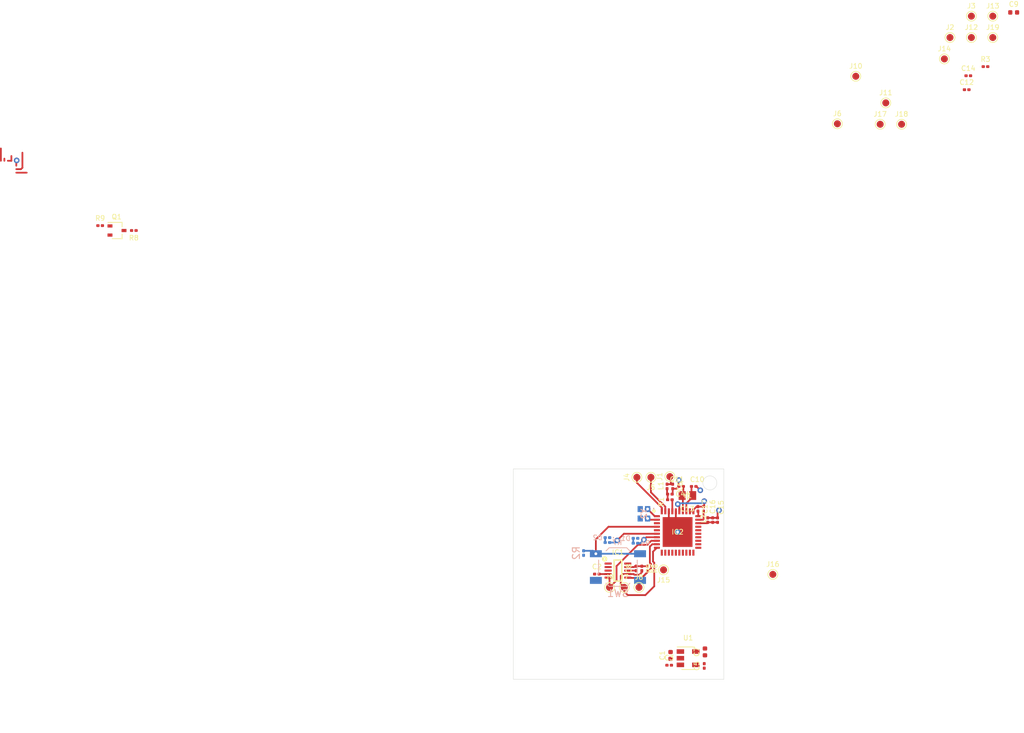
<source format=kicad_pcb>
(kicad_pcb (version 20171130) (host pcbnew "(5.1.6)-1")

  (general
    (thickness 1.6)
    (drawings 21)
    (tracks 152)
    (zones 0)
    (modules 56)
    (nets 47)
  )

  (page A4)
  (layers
    (0 F.Cu signal)
    (31 B.Cu signal)
    (32 B.Adhes user)
    (33 F.Adhes user)
    (34 B.Paste user)
    (35 F.Paste user)
    (36 B.SilkS user hide)
    (37 F.SilkS user)
    (38 B.Mask user)
    (39 F.Mask user)
    (40 Dwgs.User user)
    (41 Cmts.User user)
    (42 Eco1.User user)
    (43 Eco2.User user)
    (44 Edge.Cuts user)
    (45 Margin user)
    (46 B.CrtYd user)
    (47 F.CrtYd user)
    (48 B.Fab user)
    (49 F.Fab user)
  )

  (setup
    (last_trace_width 0.25)
    (trace_clearance 0.2)
    (zone_clearance 0.508)
    (zone_45_only no)
    (trace_min 0.2)
    (via_size 0.8)
    (via_drill 0.4)
    (via_min_size 0.4)
    (via_min_drill 0.3)
    (uvia_size 0.3)
    (uvia_drill 0.1)
    (uvias_allowed no)
    (uvia_min_size 0.2)
    (uvia_min_drill 0.1)
    (edge_width 0.05)
    (segment_width 0.2)
    (pcb_text_width 0.3)
    (pcb_text_size 1.5 1.5)
    (mod_edge_width 0.12)
    (mod_text_size 1 1)
    (mod_text_width 0.15)
    (pad_size 1.524 1.524)
    (pad_drill 0.762)
    (pad_to_mask_clearance 0.05)
    (aux_axis_origin 0 0)
    (visible_elements 7FFFF7FF)
    (pcbplotparams
      (layerselection 0x010fc_ffffffff)
      (usegerberextensions false)
      (usegerberattributes true)
      (usegerberadvancedattributes true)
      (creategerberjobfile true)
      (excludeedgelayer true)
      (linewidth 0.100000)
      (plotframeref false)
      (viasonmask false)
      (mode 1)
      (useauxorigin false)
      (hpglpennumber 1)
      (hpglpenspeed 20)
      (hpglpendiameter 15.000000)
      (psnegative false)
      (psa4output false)
      (plotreference true)
      (plotvalue true)
      (plotinvisibletext false)
      (padsonsilk false)
      (subtractmaskfromsilk false)
      (outputformat 1)
      (mirror false)
      (drillshape 1)
      (scaleselection 1)
      (outputdirectory ""))
  )

  (net 0 "")
  (net 1 VDD)
  (net 2 GND)
  (net 3 +3V3)
  (net 4 ON_OFF)
  (net 5 "Net-(C4-Pad1)")
  (net 6 "Net-(C5-Pad2)")
  (net 7 "Net-(C6-Pad1)")
  (net 8 XTAL32_P)
  (net 9 XTAL32_N)
  (net 10 "Net-(C12-Pad1)")
  (net 11 "Net-(D1-Pad2)")
  (net 12 "Net-(D2-Pad2)")
  (net 13 "Net-(IC1-Pad1)")
  (net 14 "Net-(IC1-Pad2)")
  (net 15 "Net-(IC1-Pad3)")
  (net 16 INTN)
  (net 17 SCL)
  (net 18 SDA)
  (net 19 "Net-(IC1-Pad10)")
  (net 20 LA)
  (net 21 LB)
  (net 22 ANT)
  (net 23 "Net-(IC2-Pad29)")
  (net 24 RSTN)
  (net 25 SWO)
  (net 26 "Net-(IC2-Pad24)")
  (net 27 "Net-(IC2-Pad23)")
  (net 28 "Net-(IC2-Pad22)")
  (net 29 "Net-(IC2-Pad21)")
  (net 30 "Net-(IC2-Pad19)")
  (net 31 "Net-(IC2-Pad18)")
  (net 32 "Net-(IC2-Pad17)")
  (net 33 SWDIO)
  (net 34 SWCLK)
  (net 35 "Net-(IC2-Pad14)")
  (net 36 NPN_CNTL)
  (net 37 RX)
  (net 38 TX)
  (net 39 LED_2)
  (net 40 LED_1)
  (net 41 BUZZER)
  (net 42 BUTTON_1)
  (net 43 "Net-(IC2-Pad3)")
  (net 44 XTAL_N)
  (net 45 XTAL_P)
  (net 46 "Net-(Q1-Pad1)")

  (net_class Default "This is the default net class."
    (clearance 0.2)
    (trace_width 0.25)
    (via_dia 0.8)
    (via_drill 0.4)
    (uvia_dia 0.3)
    (uvia_drill 0.1)
    (add_net +3V3)
    (add_net ANT)
    (add_net BUTTON_1)
    (add_net BUZZER)
    (add_net GND)
    (add_net INTN)
    (add_net LA)
    (add_net LB)
    (add_net LED_1)
    (add_net LED_2)
    (add_net NPN_CNTL)
    (add_net "Net-(C12-Pad1)")
    (add_net "Net-(C4-Pad1)")
    (add_net "Net-(C5-Pad2)")
    (add_net "Net-(C6-Pad1)")
    (add_net "Net-(D1-Pad2)")
    (add_net "Net-(D2-Pad2)")
    (add_net "Net-(IC1-Pad1)")
    (add_net "Net-(IC1-Pad10)")
    (add_net "Net-(IC1-Pad2)")
    (add_net "Net-(IC1-Pad3)")
    (add_net "Net-(IC2-Pad14)")
    (add_net "Net-(IC2-Pad17)")
    (add_net "Net-(IC2-Pad18)")
    (add_net "Net-(IC2-Pad19)")
    (add_net "Net-(IC2-Pad21)")
    (add_net "Net-(IC2-Pad22)")
    (add_net "Net-(IC2-Pad23)")
    (add_net "Net-(IC2-Pad24)")
    (add_net "Net-(IC2-Pad29)")
    (add_net "Net-(IC2-Pad3)")
    (add_net "Net-(Q1-Pad1)")
    (add_net ON_OFF)
    (add_net RSTN)
    (add_net RX)
    (add_net SCL)
    (add_net SDA)
    (add_net SWCLK)
    (add_net SWDIO)
    (add_net SWO)
    (add_net TX)
    (add_net VDD)
    (add_net XTAL32_N)
    (add_net XTAL32_P)
    (add_net XTAL_N)
    (add_net XTAL_P)
  )

  (module Capacitor_SMD:C_0402_1005Metric (layer F.Cu) (tedit 5B301BBE) (tstamp 609462A3)
    (at 140.4 102.6 90)
    (descr "Capacitor SMD 0402 (1005 Metric), square (rectangular) end terminal, IPC_7351 nominal, (Body size source: http://www.tortai-tech.com/upload/download/2011102023233369053.pdf), generated with kicad-footprint-generator")
    (tags capacitor)
    (path /6097FC99)
    (attr smd)
    (fp_text reference C1 (at 0 -1.17 90) (layer F.SilkS)
      (effects (font (size 0.7 0.7) (thickness 0.11)))
    )
    (fp_text value 1uF (at 0 1.17 90) (layer F.Fab)
      (effects (font (size 1 1) (thickness 0.15)))
    )
    (fp_line (start -0.5 0.25) (end -0.5 -0.25) (layer F.Fab) (width 0.1))
    (fp_line (start -0.5 -0.25) (end 0.5 -0.25) (layer F.Fab) (width 0.1))
    (fp_line (start 0.5 -0.25) (end 0.5 0.25) (layer F.Fab) (width 0.1))
    (fp_line (start 0.5 0.25) (end -0.5 0.25) (layer F.Fab) (width 0.1))
    (fp_line (start -0.93 0.47) (end -0.93 -0.47) (layer F.CrtYd) (width 0.05))
    (fp_line (start -0.93 -0.47) (end 0.93 -0.47) (layer F.CrtYd) (width 0.05))
    (fp_line (start 0.93 -0.47) (end 0.93 0.47) (layer F.CrtYd) (width 0.05))
    (fp_line (start 0.93 0.47) (end -0.93 0.47) (layer F.CrtYd) (width 0.05))
    (fp_text user %R (at 0 0 90) (layer F.Fab)
      (effects (font (size 0.25 0.25) (thickness 0.04)))
    )
    (pad 2 smd roundrect (at 0.485 0 90) (size 0.59 0.64) (layers F.Cu F.Paste F.Mask) (roundrect_rratio 0.25)
      (net 1 VDD))
    (pad 1 smd roundrect (at -0.485 0 90) (size 0.59 0.64) (layers F.Cu F.Paste F.Mask) (roundrect_rratio 0.25)
      (net 2 GND))
    (model ${KISYS3DMOD}/Capacitor_SMD.3dshapes/C_0402_1005Metric.wrl
      (at (xyz 0 0 0))
      (scale (xyz 1 1 1))
      (rotate (xyz 0 0 0))
    )
  )

  (module Capacitor_SMD:C_0201_0603Metric (layer F.Cu) (tedit 5B301BBE) (tstamp 60955AA7)
    (at 129.9 91)
    (descr "Capacitor SMD 0201 (0603 Metric), square (rectangular) end terminal, IPC_7351 nominal, (Body size source: https://www.vishay.com/docs/20052/crcw0201e3.pdf), generated with kicad-footprint-generator")
    (tags capacitor)
    (path /60B897BE)
    (attr smd)
    (fp_text reference C2 (at 0 -1.05) (layer F.SilkS)
      (effects (font (size 0.7 0.7) (thickness 0.11)))
    )
    (fp_text value 0.01uF (at 0 1.05) (layer F.Fab)
      (effects (font (size 1 1) (thickness 0.15)))
    )
    (fp_line (start -0.3 0.15) (end -0.3 -0.15) (layer F.Fab) (width 0.1))
    (fp_line (start -0.3 -0.15) (end 0.3 -0.15) (layer F.Fab) (width 0.1))
    (fp_line (start 0.3 -0.15) (end 0.3 0.15) (layer F.Fab) (width 0.1))
    (fp_line (start 0.3 0.15) (end -0.3 0.15) (layer F.Fab) (width 0.1))
    (fp_line (start -0.7 0.35) (end -0.7 -0.35) (layer F.CrtYd) (width 0.05))
    (fp_line (start -0.7 -0.35) (end 0.7 -0.35) (layer F.CrtYd) (width 0.05))
    (fp_line (start 0.7 -0.35) (end 0.7 0.35) (layer F.CrtYd) (width 0.05))
    (fp_line (start 0.7 0.35) (end -0.7 0.35) (layer F.CrtYd) (width 0.05))
    (fp_text user %R (at 0 -0.68) (layer F.Fab)
      (effects (font (size 0.25 0.25) (thickness 0.04)))
    )
    (pad 2 smd roundrect (at 0.32 0) (size 0.46 0.4) (layers F.Cu F.Mask) (roundrect_rratio 0.25)
      (net 3 +3V3))
    (pad 1 smd roundrect (at -0.32 0) (size 0.46 0.4) (layers F.Cu F.Mask) (roundrect_rratio 0.25)
      (net 2 GND))
    (pad "" smd roundrect (at 0.345 0) (size 0.318 0.36) (layers F.Paste) (roundrect_rratio 0.25))
    (pad "" smd roundrect (at -0.345 0) (size 0.318 0.36) (layers F.Paste) (roundrect_rratio 0.25))
    (model ${KISYS3DMOD}/Capacitor_SMD.3dshapes/C_0201_0603Metric.wrl
      (at (xyz 0 0 0))
      (scale (xyz 1 1 1))
      (rotate (xyz 0 0 0))
    )
  )

  (module Capacitor_SMD:C_0201_0603Metric (layer F.Cu) (tedit 5B301BBE) (tstamp 609462C5)
    (at 140.2 104)
    (descr "Capacitor SMD 0201 (0603 Metric), square (rectangular) end terminal, IPC_7351 nominal, (Body size source: https://www.vishay.com/docs/20052/crcw0201e3.pdf), generated with kicad-footprint-generator")
    (tags capacitor)
    (path /6095FDB6)
    (attr smd)
    (fp_text reference C3 (at 0 -1.05) (layer F.SilkS)
      (effects (font (size 0.7 0.7) (thickness 0.11)))
    )
    (fp_text value 4.7nF (at 0 1.05) (layer F.Fab)
      (effects (font (size 1 1) (thickness 0.15)))
    )
    (fp_line (start -0.3 0.15) (end -0.3 -0.15) (layer F.Fab) (width 0.1))
    (fp_line (start -0.3 -0.15) (end 0.3 -0.15) (layer F.Fab) (width 0.1))
    (fp_line (start 0.3 -0.15) (end 0.3 0.15) (layer F.Fab) (width 0.1))
    (fp_line (start 0.3 0.15) (end -0.3 0.15) (layer F.Fab) (width 0.1))
    (fp_line (start -0.7 0.35) (end -0.7 -0.35) (layer F.CrtYd) (width 0.05))
    (fp_line (start -0.7 -0.35) (end 0.7 -0.35) (layer F.CrtYd) (width 0.05))
    (fp_line (start 0.7 -0.35) (end 0.7 0.35) (layer F.CrtYd) (width 0.05))
    (fp_line (start 0.7 0.35) (end -0.7 0.35) (layer F.CrtYd) (width 0.05))
    (fp_text user %R (at 0 -0.68) (layer F.Fab)
      (effects (font (size 0.25 0.25) (thickness 0.04)))
    )
    (pad 2 smd roundrect (at 0.32 0) (size 0.46 0.4) (layers F.Cu F.Mask) (roundrect_rratio 0.25)
      (net 4 ON_OFF))
    (pad 1 smd roundrect (at -0.32 0) (size 0.46 0.4) (layers F.Cu F.Mask) (roundrect_rratio 0.25)
      (net 2 GND))
    (pad "" smd roundrect (at 0.345 0) (size 0.318 0.36) (layers F.Paste) (roundrect_rratio 0.25))
    (pad "" smd roundrect (at -0.345 0) (size 0.318 0.36) (layers F.Paste) (roundrect_rratio 0.25))
    (model ${KISYS3DMOD}/Capacitor_SMD.3dshapes/C_0201_0603Metric.wrl
      (at (xyz 0 0 0))
      (scale (xyz 1 1 1))
      (rotate (xyz 0 0 0))
    )
  )

  (module Capacitor_SMD:C_0201_0603Metric (layer F.Cu) (tedit 5B301BBE) (tstamp 609462D6)
    (at 140.3 79.6)
    (descr "Capacitor SMD 0201 (0603 Metric), square (rectangular) end terminal, IPC_7351 nominal, (Body size source: https://www.vishay.com/docs/20052/crcw0201e3.pdf), generated with kicad-footprint-generator")
    (tags capacitor)
    (path /609E3CEC)
    (attr smd)
    (fp_text reference C4 (at 1.5 0) (layer F.SilkS)
      (effects (font (size 0.7 0.7) (thickness 0.11)))
    )
    (fp_text value 2pF (at 0 1.05) (layer F.Fab)
      (effects (font (size 1 1) (thickness 0.15)))
    )
    (fp_line (start 0.7 0.35) (end -0.7 0.35) (layer F.CrtYd) (width 0.05))
    (fp_line (start 0.7 -0.35) (end 0.7 0.35) (layer F.CrtYd) (width 0.05))
    (fp_line (start -0.7 -0.35) (end 0.7 -0.35) (layer F.CrtYd) (width 0.05))
    (fp_line (start -0.7 0.35) (end -0.7 -0.35) (layer F.CrtYd) (width 0.05))
    (fp_line (start 0.3 0.15) (end -0.3 0.15) (layer F.Fab) (width 0.1))
    (fp_line (start 0.3 -0.15) (end 0.3 0.15) (layer F.Fab) (width 0.1))
    (fp_line (start -0.3 -0.15) (end 0.3 -0.15) (layer F.Fab) (width 0.1))
    (fp_line (start -0.3 0.15) (end -0.3 -0.15) (layer F.Fab) (width 0.1))
    (fp_text user %R (at 0 -0.68) (layer F.Fab)
      (effects (font (size 0.25 0.25) (thickness 0.04)))
    )
    (pad "" smd roundrect (at -0.345 0) (size 0.318 0.36) (layers F.Paste) (roundrect_rratio 0.25))
    (pad "" smd roundrect (at 0.345 0) (size 0.318 0.36) (layers F.Paste) (roundrect_rratio 0.25))
    (pad 1 smd roundrect (at -0.32 0) (size 0.46 0.4) (layers F.Cu F.Mask) (roundrect_rratio 0.25)
      (net 5 "Net-(C4-Pad1)"))
    (pad 2 smd roundrect (at 0.32 0) (size 0.46 0.4) (layers F.Cu F.Mask) (roundrect_rratio 0.25)
      (net 2 GND))
    (model ${KISYS3DMOD}/Capacitor_SMD.3dshapes/C_0201_0603Metric.wrl
      (at (xyz 0 0 0))
      (scale (xyz 1 1 1))
      (rotate (xyz 0 0 0))
    )
  )

  (module Capacitor_SMD:C_0201_0603Metric (layer F.Cu) (tedit 5B301BBE) (tstamp 609462E7)
    (at 145.2 104.1 90)
    (descr "Capacitor SMD 0201 (0603 Metric), square (rectangular) end terminal, IPC_7351 nominal, (Body size source: https://www.vishay.com/docs/20052/crcw0201e3.pdf), generated with kicad-footprint-generator")
    (tags capacitor)
    (path /609AEBE2)
    (attr smd)
    (fp_text reference C5 (at 0 -1.05 90) (layer F.SilkS)
      (effects (font (size 0.7 0.7) (thickness 0.11)))
    )
    (fp_text value 0.01uF (at 0 1.05 90) (layer F.Fab)
      (effects (font (size 1 1) (thickness 0.15)))
    )
    (fp_line (start -0.3 0.15) (end -0.3 -0.15) (layer F.Fab) (width 0.1))
    (fp_line (start -0.3 -0.15) (end 0.3 -0.15) (layer F.Fab) (width 0.1))
    (fp_line (start 0.3 -0.15) (end 0.3 0.15) (layer F.Fab) (width 0.1))
    (fp_line (start 0.3 0.15) (end -0.3 0.15) (layer F.Fab) (width 0.1))
    (fp_line (start -0.7 0.35) (end -0.7 -0.35) (layer F.CrtYd) (width 0.05))
    (fp_line (start -0.7 -0.35) (end 0.7 -0.35) (layer F.CrtYd) (width 0.05))
    (fp_line (start 0.7 -0.35) (end 0.7 0.35) (layer F.CrtYd) (width 0.05))
    (fp_line (start 0.7 0.35) (end -0.7 0.35) (layer F.CrtYd) (width 0.05))
    (fp_text user %R (at 0 -0.68 90) (layer F.Fab)
      (effects (font (size 0.25 0.25) (thickness 0.04)))
    )
    (pad 2 smd roundrect (at 0.32 0 90) (size 0.46 0.4) (layers F.Cu F.Mask) (roundrect_rratio 0.25)
      (net 6 "Net-(C5-Pad2)"))
    (pad 1 smd roundrect (at -0.32 0 90) (size 0.46 0.4) (layers F.Cu F.Mask) (roundrect_rratio 0.25)
      (net 2 GND))
    (pad "" smd roundrect (at 0.345 0 90) (size 0.318 0.36) (layers F.Paste) (roundrect_rratio 0.25))
    (pad "" smd roundrect (at -0.345 0 90) (size 0.318 0.36) (layers F.Paste) (roundrect_rratio 0.25))
    (model ${KISYS3DMOD}/Capacitor_SMD.3dshapes/C_0201_0603Metric.wrl
      (at (xyz 0 0 0))
      (scale (xyz 1 1 1))
      (rotate (xyz 0 0 0))
    )
  )

  (module Capacitor_SMD:C_0201_0603Metric (layer F.Cu) (tedit 5B301BBE) (tstamp 609462F8)
    (at 140.7 78.5 270)
    (descr "Capacitor SMD 0201 (0603 Metric), square (rectangular) end terminal, IPC_7351 nominal, (Body size source: https://www.vishay.com/docs/20052/crcw0201e3.pdf), generated with kicad-footprint-generator")
    (tags capacitor)
    (path /609EEC7D)
    (attr smd)
    (fp_text reference C6 (at 0 -1.05 90) (layer F.SilkS)
      (effects (font (size 0.7 0.7) (thickness 0.11)))
    )
    (fp_text value 1.2pF (at 0 1.05 90) (layer F.Fab)
      (effects (font (size 1 1) (thickness 0.15)))
    )
    (fp_line (start -0.3 0.15) (end -0.3 -0.15) (layer F.Fab) (width 0.1))
    (fp_line (start -0.3 -0.15) (end 0.3 -0.15) (layer F.Fab) (width 0.1))
    (fp_line (start 0.3 -0.15) (end 0.3 0.15) (layer F.Fab) (width 0.1))
    (fp_line (start 0.3 0.15) (end -0.3 0.15) (layer F.Fab) (width 0.1))
    (fp_line (start -0.7 0.35) (end -0.7 -0.35) (layer F.CrtYd) (width 0.05))
    (fp_line (start -0.7 -0.35) (end 0.7 -0.35) (layer F.CrtYd) (width 0.05))
    (fp_line (start 0.7 -0.35) (end 0.7 0.35) (layer F.CrtYd) (width 0.05))
    (fp_line (start 0.7 0.35) (end -0.7 0.35) (layer F.CrtYd) (width 0.05))
    (fp_text user %R (at 0 -0.68 90) (layer F.Fab)
      (effects (font (size 0.25 0.25) (thickness 0.04)))
    )
    (pad 2 smd roundrect (at 0.32 0 270) (size 0.46 0.4) (layers F.Cu F.Mask) (roundrect_rratio 0.25)
      (net 2 GND))
    (pad 1 smd roundrect (at -0.32 0 270) (size 0.46 0.4) (layers F.Cu F.Mask) (roundrect_rratio 0.25)
      (net 7 "Net-(C6-Pad1)"))
    (pad "" smd roundrect (at 0.345 0 270) (size 0.318 0.36) (layers F.Paste) (roundrect_rratio 0.25))
    (pad "" smd roundrect (at -0.345 0 270) (size 0.318 0.36) (layers F.Paste) (roundrect_rratio 0.25))
    (model ${KISYS3DMOD}/Capacitor_SMD.3dshapes/C_0201_0603Metric.wrl
      (at (xyz 0 0 0))
      (scale (xyz 1 1 1))
      (rotate (xyz 0 0 0))
    )
  )

  (module Capacitor_SMD:C_0402_1005Metric (layer F.Cu) (tedit 5B301BBE) (tstamp 60946307)
    (at 145.3 102.1 90)
    (descr "Capacitor SMD 0402 (1005 Metric), square (rectangular) end terminal, IPC_7351 nominal, (Body size source: http://www.tortai-tech.com/upload/download/2011102023233369053.pdf), generated with kicad-footprint-generator")
    (tags capacitor)
    (path /609A4CAD)
    (attr smd)
    (fp_text reference C7 (at 0 -1.17 90) (layer F.SilkS)
      (effects (font (size 0.7 0.7) (thickness 0.11)))
    )
    (fp_text value 1uF (at 0 1.17 90) (layer F.Fab)
      (effects (font (size 1 1) (thickness 0.15)))
    )
    (fp_line (start 0.93 0.47) (end -0.93 0.47) (layer F.CrtYd) (width 0.05))
    (fp_line (start 0.93 -0.47) (end 0.93 0.47) (layer F.CrtYd) (width 0.05))
    (fp_line (start -0.93 -0.47) (end 0.93 -0.47) (layer F.CrtYd) (width 0.05))
    (fp_line (start -0.93 0.47) (end -0.93 -0.47) (layer F.CrtYd) (width 0.05))
    (fp_line (start 0.5 0.25) (end -0.5 0.25) (layer F.Fab) (width 0.1))
    (fp_line (start 0.5 -0.25) (end 0.5 0.25) (layer F.Fab) (width 0.1))
    (fp_line (start -0.5 -0.25) (end 0.5 -0.25) (layer F.Fab) (width 0.1))
    (fp_line (start -0.5 0.25) (end -0.5 -0.25) (layer F.Fab) (width 0.1))
    (fp_text user %R (at 0 0 90) (layer F.Fab)
      (effects (font (size 0.25 0.25) (thickness 0.04)))
    )
    (pad 1 smd roundrect (at -0.485 0 90) (size 0.59 0.64) (layers F.Cu F.Paste F.Mask) (roundrect_rratio 0.25)
      (net 2 GND))
    (pad 2 smd roundrect (at 0.485 0 90) (size 0.59 0.64) (layers F.Cu F.Paste F.Mask) (roundrect_rratio 0.25)
      (net 3 +3V3))
    (model ${KISYS3DMOD}/Capacitor_SMD.3dshapes/C_0402_1005Metric.wrl
      (at (xyz 0 0 0))
      (scale (xyz 1 1 1))
      (rotate (xyz 0 0 0))
    )
  )

  (module Capacitor_SMD:C_0201_0603Metric (layer F.Cu) (tedit 5B301BBE) (tstamp 609554B4)
    (at 135.5 90.2 90)
    (descr "Capacitor SMD 0201 (0603 Metric), square (rectangular) end terminal, IPC_7351 nominal, (Body size source: https://www.vishay.com/docs/20052/crcw0201e3.pdf), generated with kicad-footprint-generator")
    (tags capacitor)
    (path /60B3A662)
    (attr smd)
    (fp_text reference C8 (at 0 -1.05 90) (layer F.SilkS)
      (effects (font (size 0.7 0.7) (thickness 0.11)))
    )
    (fp_text value 0.01uF (at 0 1.05 90) (layer F.Fab)
      (effects (font (size 1 1) (thickness 0.15)))
    )
    (fp_line (start 0.7 0.35) (end -0.7 0.35) (layer F.CrtYd) (width 0.05))
    (fp_line (start 0.7 -0.35) (end 0.7 0.35) (layer F.CrtYd) (width 0.05))
    (fp_line (start -0.7 -0.35) (end 0.7 -0.35) (layer F.CrtYd) (width 0.05))
    (fp_line (start -0.7 0.35) (end -0.7 -0.35) (layer F.CrtYd) (width 0.05))
    (fp_line (start 0.3 0.15) (end -0.3 0.15) (layer F.Fab) (width 0.1))
    (fp_line (start 0.3 -0.15) (end 0.3 0.15) (layer F.Fab) (width 0.1))
    (fp_line (start -0.3 -0.15) (end 0.3 -0.15) (layer F.Fab) (width 0.1))
    (fp_line (start -0.3 0.15) (end -0.3 -0.15) (layer F.Fab) (width 0.1))
    (fp_text user %R (at 0 -0.68 90) (layer F.Fab)
      (effects (font (size 0.25 0.25) (thickness 0.04)))
    )
    (pad "" smd roundrect (at -0.345 0 90) (size 0.318 0.36) (layers F.Paste) (roundrect_rratio 0.25))
    (pad "" smd roundrect (at 0.345 0 90) (size 0.318 0.36) (layers F.Paste) (roundrect_rratio 0.25))
    (pad 1 smd roundrect (at -0.32 0 90) (size 0.46 0.4) (layers F.Cu F.Mask) (roundrect_rratio 0.25)
      (net 2 GND))
    (pad 2 smd roundrect (at 0.32 0 90) (size 0.46 0.4) (layers F.Cu F.Mask) (roundrect_rratio 0.25)
      (net 3 +3V3))
    (model ${KISYS3DMOD}/Capacitor_SMD.3dshapes/C_0201_0603Metric.wrl
      (at (xyz 0 0 0))
      (scale (xyz 1 1 1))
      (rotate (xyz 0 0 0))
    )
  )

  (module Capacitor_SMD:C_0402_1005Metric (layer F.Cu) (tedit 5B301BBE) (tstamp 60946327)
    (at 189.305001 10.895001)
    (descr "Capacitor SMD 0402 (1005 Metric), square (rectangular) end terminal, IPC_7351 nominal, (Body size source: http://www.tortai-tech.com/upload/download/2011102023233369053.pdf), generated with kicad-footprint-generator")
    (tags capacitor)
    (path /609EF4CD)
    (attr smd)
    (fp_text reference C9 (at 0 -1.17) (layer F.SilkS)
      (effects (font (size 0.7 0.7) (thickness 0.11)))
    )
    (fp_text value 1uF (at 0 1.17) (layer F.Fab)
      (effects (font (size 1 1) (thickness 0.15)))
    )
    (fp_line (start 0.93 0.47) (end -0.93 0.47) (layer F.CrtYd) (width 0.05))
    (fp_line (start 0.93 -0.47) (end 0.93 0.47) (layer F.CrtYd) (width 0.05))
    (fp_line (start -0.93 -0.47) (end 0.93 -0.47) (layer F.CrtYd) (width 0.05))
    (fp_line (start -0.93 0.47) (end -0.93 -0.47) (layer F.CrtYd) (width 0.05))
    (fp_line (start 0.5 0.25) (end -0.5 0.25) (layer F.Fab) (width 0.1))
    (fp_line (start 0.5 -0.25) (end 0.5 0.25) (layer F.Fab) (width 0.1))
    (fp_line (start -0.5 -0.25) (end 0.5 -0.25) (layer F.Fab) (width 0.1))
    (fp_line (start -0.5 0.25) (end -0.5 -0.25) (layer F.Fab) (width 0.1))
    (fp_text user %R (at 0 0) (layer F.Fab)
      (effects (font (size 0.25 0.25) (thickness 0.04)))
    )
    (pad 1 smd roundrect (at -0.485 0) (size 0.59 0.64) (layers F.Cu F.Paste F.Mask) (roundrect_rratio 0.25)
      (net 2 GND))
    (pad 2 smd roundrect (at 0.485 0) (size 0.59 0.64) (layers F.Cu F.Paste F.Mask) (roundrect_rratio 0.25)
      (net 1 VDD))
    (model ${KISYS3DMOD}/Capacitor_SMD.3dshapes/C_0402_1005Metric.wrl
      (at (xyz 0 0 0))
      (scale (xyz 1 1 1))
      (rotate (xyz 0 0 0))
    )
  )

  (module Capacitor_SMD:C_0201_0603Metric (layer F.Cu) (tedit 5B301BBE) (tstamp 60946338)
    (at 143.7 78.5 180)
    (descr "Capacitor SMD 0201 (0603 Metric), square (rectangular) end terminal, IPC_7351 nominal, (Body size source: https://www.vishay.com/docs/20052/crcw0201e3.pdf), generated with kicad-footprint-generator")
    (tags capacitor)
    (path /60974F59)
    (attr smd)
    (fp_text reference C10 (at -0.5 1) (layer F.SilkS)
      (effects (font (size 0.7 0.7) (thickness 0.11)))
    )
    (fp_text value 20pF (at 0 1.05) (layer F.Fab)
      (effects (font (size 1 1) (thickness 0.15)))
    )
    (fp_line (start 0.7 0.35) (end -0.7 0.35) (layer F.CrtYd) (width 0.05))
    (fp_line (start 0.7 -0.35) (end 0.7 0.35) (layer F.CrtYd) (width 0.05))
    (fp_line (start -0.7 -0.35) (end 0.7 -0.35) (layer F.CrtYd) (width 0.05))
    (fp_line (start -0.7 0.35) (end -0.7 -0.35) (layer F.CrtYd) (width 0.05))
    (fp_line (start 0.3 0.15) (end -0.3 0.15) (layer F.Fab) (width 0.1))
    (fp_line (start 0.3 -0.15) (end 0.3 0.15) (layer F.Fab) (width 0.1))
    (fp_line (start -0.3 -0.15) (end 0.3 -0.15) (layer F.Fab) (width 0.1))
    (fp_line (start -0.3 0.15) (end -0.3 -0.15) (layer F.Fab) (width 0.1))
    (fp_text user %R (at 0 -0.68) (layer F.Fab)
      (effects (font (size 0.25 0.25) (thickness 0.04)))
    )
    (pad "" smd roundrect (at -0.345 0 180) (size 0.318 0.36) (layers F.Paste) (roundrect_rratio 0.25))
    (pad "" smd roundrect (at 0.345 0 180) (size 0.318 0.36) (layers F.Paste) (roundrect_rratio 0.25))
    (pad 1 smd roundrect (at -0.32 0 180) (size 0.46 0.4) (layers F.Cu F.Mask) (roundrect_rratio 0.25)
      (net 2 GND))
    (pad 2 smd roundrect (at 0.32 0 180) (size 0.46 0.4) (layers F.Cu F.Mask) (roundrect_rratio 0.25)
      (net 8 XTAL32_P))
    (model ${KISYS3DMOD}/Capacitor_SMD.3dshapes/C_0201_0603Metric.wrl
      (at (xyz 0 0 0))
      (scale (xyz 1 1 1))
      (rotate (xyz 0 0 0))
    )
  )

  (module Capacitor_SMD:C_0201_0603Metric (layer F.Cu) (tedit 5B301BBE) (tstamp 60946349)
    (at 141.9 78.5 180)
    (descr "Capacitor SMD 0201 (0603 Metric), square (rectangular) end terminal, IPC_7351 nominal, (Body size source: https://www.vishay.com/docs/20052/crcw0201e3.pdf), generated with kicad-footprint-generator")
    (tags capacitor)
    (path /60975C85)
    (attr smd)
    (fp_text reference C11 (at 0.6 1) (layer F.SilkS)
      (effects (font (size 0.7 0.7) (thickness 0.11)))
    )
    (fp_text value 20pF (at 0 1.05) (layer F.Fab)
      (effects (font (size 1 1) (thickness 0.15)))
    )
    (fp_line (start 0.7 0.35) (end -0.7 0.35) (layer F.CrtYd) (width 0.05))
    (fp_line (start 0.7 -0.35) (end 0.7 0.35) (layer F.CrtYd) (width 0.05))
    (fp_line (start -0.7 -0.35) (end 0.7 -0.35) (layer F.CrtYd) (width 0.05))
    (fp_line (start -0.7 0.35) (end -0.7 -0.35) (layer F.CrtYd) (width 0.05))
    (fp_line (start 0.3 0.15) (end -0.3 0.15) (layer F.Fab) (width 0.1))
    (fp_line (start 0.3 -0.15) (end 0.3 0.15) (layer F.Fab) (width 0.1))
    (fp_line (start -0.3 -0.15) (end 0.3 -0.15) (layer F.Fab) (width 0.1))
    (fp_line (start -0.3 0.15) (end -0.3 -0.15) (layer F.Fab) (width 0.1))
    (fp_text user %R (at 0 -0.68) (layer F.Fab)
      (effects (font (size 0.25 0.25) (thickness 0.04)))
    )
    (pad "" smd roundrect (at -0.345 0 180) (size 0.318 0.36) (layers F.Paste) (roundrect_rratio 0.25))
    (pad "" smd roundrect (at 0.345 0 180) (size 0.318 0.36) (layers F.Paste) (roundrect_rratio 0.25))
    (pad 1 smd roundrect (at -0.32 0 180) (size 0.46 0.4) (layers F.Cu F.Mask) (roundrect_rratio 0.25)
      (net 9 XTAL32_N))
    (pad 2 smd roundrect (at 0.32 0 180) (size 0.46 0.4) (layers F.Cu F.Mask) (roundrect_rratio 0.25)
      (net 2 GND))
    (model ${KISYS3DMOD}/Capacitor_SMD.3dshapes/C_0201_0603Metric.wrl
      (at (xyz 0 0 0))
      (scale (xyz 1 1 1))
      (rotate (xyz 0 0 0))
    )
  )

  (module Capacitor_SMD:C_0201_0603Metric (layer F.Cu) (tedit 5B301BBE) (tstamp 6094635A)
    (at 182.605001 21.915001)
    (descr "Capacitor SMD 0201 (0603 Metric), square (rectangular) end terminal, IPC_7351 nominal, (Body size source: https://www.vishay.com/docs/20052/crcw0201e3.pdf), generated with kicad-footprint-generator")
    (tags capacitor)
    (path /60923C9C)
    (attr smd)
    (fp_text reference C12 (at 0 -1.05) (layer F.SilkS)
      (effects (font (size 0.7 0.7) (thickness 0.11)))
    )
    (fp_text value 47pF (at 0 1.05) (layer F.Fab)
      (effects (font (size 1 1) (thickness 0.15)))
    )
    (fp_line (start 0.7 0.35) (end -0.7 0.35) (layer F.CrtYd) (width 0.05))
    (fp_line (start 0.7 -0.35) (end 0.7 0.35) (layer F.CrtYd) (width 0.05))
    (fp_line (start -0.7 -0.35) (end 0.7 -0.35) (layer F.CrtYd) (width 0.05))
    (fp_line (start -0.7 0.35) (end -0.7 -0.35) (layer F.CrtYd) (width 0.05))
    (fp_line (start 0.3 0.15) (end -0.3 0.15) (layer F.Fab) (width 0.1))
    (fp_line (start 0.3 -0.15) (end 0.3 0.15) (layer F.Fab) (width 0.1))
    (fp_line (start -0.3 -0.15) (end 0.3 -0.15) (layer F.Fab) (width 0.1))
    (fp_line (start -0.3 0.15) (end -0.3 -0.15) (layer F.Fab) (width 0.1))
    (fp_text user %R (at 0 -0.68) (layer F.Fab)
      (effects (font (size 0.25 0.25) (thickness 0.04)))
    )
    (pad "" smd roundrect (at -0.345 0) (size 0.318 0.36) (layers F.Paste) (roundrect_rratio 0.25))
    (pad "" smd roundrect (at 0.345 0) (size 0.318 0.36) (layers F.Paste) (roundrect_rratio 0.25))
    (pad 1 smd roundrect (at -0.32 0) (size 0.46 0.4) (layers F.Cu F.Mask) (roundrect_rratio 0.25)
      (net 10 "Net-(C12-Pad1)"))
    (pad 2 smd roundrect (at 0.32 0) (size 0.46 0.4) (layers F.Cu F.Mask) (roundrect_rratio 0.25)
      (net 2 GND))
    (model ${KISYS3DMOD}/Capacitor_SMD.3dshapes/C_0201_0603Metric.wrl
      (at (xyz 0 0 0))
      (scale (xyz 1 1 1))
      (rotate (xyz 0 0 0))
    )
  )

  (module Capacitor_SMD:C_0201_0603Metric (layer F.Cu) (tedit 5B301BBE) (tstamp 6094636B)
    (at 144.3 81.7 270)
    (descr "Capacitor SMD 0201 (0603 Metric), square (rectangular) end terminal, IPC_7351 nominal, (Body size source: https://www.vishay.com/docs/20052/crcw0201e3.pdf), generated with kicad-footprint-generator")
    (tags capacitor)
    (path /6091EA32)
    (attr smd)
    (fp_text reference C13 (at 0 1.5 180) (layer F.SilkS)
      (effects (font (size 0.7 0.7) (thickness 0.11)))
    )
    (fp_text value 10uF (at 0 1.05 90) (layer F.Fab)
      (effects (font (size 1 1) (thickness 0.15)))
    )
    (fp_line (start 0.7 0.35) (end -0.7 0.35) (layer F.CrtYd) (width 0.05))
    (fp_line (start 0.7 -0.35) (end 0.7 0.35) (layer F.CrtYd) (width 0.05))
    (fp_line (start -0.7 -0.35) (end 0.7 -0.35) (layer F.CrtYd) (width 0.05))
    (fp_line (start -0.7 0.35) (end -0.7 -0.35) (layer F.CrtYd) (width 0.05))
    (fp_line (start 0.3 0.15) (end -0.3 0.15) (layer F.Fab) (width 0.1))
    (fp_line (start 0.3 -0.15) (end 0.3 0.15) (layer F.Fab) (width 0.1))
    (fp_line (start -0.3 -0.15) (end 0.3 -0.15) (layer F.Fab) (width 0.1))
    (fp_line (start -0.3 0.15) (end -0.3 -0.15) (layer F.Fab) (width 0.1))
    (fp_text user %R (at 0 -0.68 90) (layer F.Fab)
      (effects (font (size 0.25 0.25) (thickness 0.04)))
    )
    (pad "" smd roundrect (at -0.345 0 270) (size 0.318 0.36) (layers F.Paste) (roundrect_rratio 0.25))
    (pad "" smd roundrect (at 0.345 0 270) (size 0.318 0.36) (layers F.Paste) (roundrect_rratio 0.25))
    (pad 1 smd roundrect (at -0.32 0 270) (size 0.46 0.4) (layers F.Cu F.Mask) (roundrect_rratio 0.25)
      (net 10 "Net-(C12-Pad1)"))
    (pad 2 smd roundrect (at 0.32 0 270) (size 0.46 0.4) (layers F.Cu F.Mask) (roundrect_rratio 0.25)
      (net 2 GND))
    (model ${KISYS3DMOD}/Capacitor_SMD.3dshapes/C_0201_0603Metric.wrl
      (at (xyz 0 0 0))
      (scale (xyz 1 1 1))
      (rotate (xyz 0 0 0))
    )
  )

  (module Capacitor_SMD:C_0201_0603Metric (layer F.Cu) (tedit 5B301BBE) (tstamp 6094637C)
    (at 182.835001 19.925001)
    (descr "Capacitor SMD 0201 (0603 Metric), square (rectangular) end terminal, IPC_7351 nominal, (Body size source: https://www.vishay.com/docs/20052/crcw0201e3.pdf), generated with kicad-footprint-generator")
    (tags capacitor)
    (path /60921D07)
    (attr smd)
    (fp_text reference C14 (at 0 -1.05) (layer F.SilkS)
      (effects (font (size 0.7 0.7) (thickness 0.11)))
    )
    (fp_text value 100nF (at 0 1.05) (layer F.Fab)
      (effects (font (size 1 1) (thickness 0.15)))
    )
    (fp_line (start -0.3 0.15) (end -0.3 -0.15) (layer F.Fab) (width 0.1))
    (fp_line (start -0.3 -0.15) (end 0.3 -0.15) (layer F.Fab) (width 0.1))
    (fp_line (start 0.3 -0.15) (end 0.3 0.15) (layer F.Fab) (width 0.1))
    (fp_line (start 0.3 0.15) (end -0.3 0.15) (layer F.Fab) (width 0.1))
    (fp_line (start -0.7 0.35) (end -0.7 -0.35) (layer F.CrtYd) (width 0.05))
    (fp_line (start -0.7 -0.35) (end 0.7 -0.35) (layer F.CrtYd) (width 0.05))
    (fp_line (start 0.7 -0.35) (end 0.7 0.35) (layer F.CrtYd) (width 0.05))
    (fp_line (start 0.7 0.35) (end -0.7 0.35) (layer F.CrtYd) (width 0.05))
    (fp_text user %R (at 0 -0.68) (layer F.Fab)
      (effects (font (size 0.25 0.25) (thickness 0.04)))
    )
    (pad 2 smd roundrect (at 0.32 0) (size 0.46 0.4) (layers F.Cu F.Mask) (roundrect_rratio 0.25)
      (net 2 GND))
    (pad 1 smd roundrect (at -0.32 0) (size 0.46 0.4) (layers F.Cu F.Mask) (roundrect_rratio 0.25)
      (net 10 "Net-(C12-Pad1)"))
    (pad "" smd roundrect (at 0.345 0) (size 0.318 0.36) (layers F.Paste) (roundrect_rratio 0.25))
    (pad "" smd roundrect (at -0.345 0) (size 0.318 0.36) (layers F.Paste) (roundrect_rratio 0.25))
    (model ${KISYS3DMOD}/Capacitor_SMD.3dshapes/C_0201_0603Metric.wrl
      (at (xyz 0 0 0))
      (scale (xyz 1 1 1))
      (rotate (xyz 0 0 0))
    )
  )

  (module Capacitor_SMD:C_0201_0603Metric (layer F.Cu) (tedit 5B301BBE) (tstamp 6094638D)
    (at 147.1 83.3 90)
    (descr "Capacitor SMD 0201 (0603 Metric), square (rectangular) end terminal, IPC_7351 nominal, (Body size source: https://www.vishay.com/docs/20052/crcw0201e3.pdf), generated with kicad-footprint-generator")
    (tags capacitor)
    (path /6094D23A)
    (attr smd)
    (fp_text reference C15 (at 1.8 0.5 90) (layer F.SilkS)
      (effects (font (size 0.7 0.7) (thickness 0.11)))
    )
    (fp_text value 47pF (at 0 1.05 90) (layer F.Fab)
      (effects (font (size 1 1) (thickness 0.15)))
    )
    (fp_line (start -0.3 0.15) (end -0.3 -0.15) (layer F.Fab) (width 0.1))
    (fp_line (start -0.3 -0.15) (end 0.3 -0.15) (layer F.Fab) (width 0.1))
    (fp_line (start 0.3 -0.15) (end 0.3 0.15) (layer F.Fab) (width 0.1))
    (fp_line (start 0.3 0.15) (end -0.3 0.15) (layer F.Fab) (width 0.1))
    (fp_line (start -0.7 0.35) (end -0.7 -0.35) (layer F.CrtYd) (width 0.05))
    (fp_line (start -0.7 -0.35) (end 0.7 -0.35) (layer F.CrtYd) (width 0.05))
    (fp_line (start 0.7 -0.35) (end 0.7 0.35) (layer F.CrtYd) (width 0.05))
    (fp_line (start 0.7 0.35) (end -0.7 0.35) (layer F.CrtYd) (width 0.05))
    (fp_text user %R (at -0.9 0) (layer F.Fab)
      (effects (font (size 0.25 0.25) (thickness 0.04)))
    )
    (pad 2 smd roundrect (at 0.32 0 90) (size 0.46 0.4) (layers F.Cu F.Mask) (roundrect_rratio 0.25)
      (net 2 GND))
    (pad 1 smd roundrect (at -0.32 0 90) (size 0.46 0.4) (layers F.Cu F.Mask) (roundrect_rratio 0.25)
      (net 3 +3V3))
    (pad "" smd roundrect (at 0.345 0 90) (size 0.318 0.36) (layers F.Paste) (roundrect_rratio 0.25))
    (pad "" smd roundrect (at -0.345 0 90) (size 0.318 0.36) (layers F.Paste) (roundrect_rratio 0.25))
    (model ${KISYS3DMOD}/Capacitor_SMD.3dshapes/C_0201_0603Metric.wrl
      (at (xyz 0 0 0))
      (scale (xyz 1 1 1))
      (rotate (xyz 0 0 0))
    )
  )

  (module Capacitor_SMD:C_0201_0603Metric (layer F.Cu) (tedit 5B301BBE) (tstamp 60948F23)
    (at 146.4 83.3 270)
    (descr "Capacitor SMD 0201 (0603 Metric), square (rectangular) end terminal, IPC_7351 nominal, (Body size source: https://www.vishay.com/docs/20052/crcw0201e3.pdf), generated with kicad-footprint-generator")
    (tags capacitor)
    (path /6094EE37)
    (attr smd)
    (fp_text reference C16 (at -1.9 0 90) (layer F.SilkS)
      (effects (font (size 0.7 0.7) (thickness 0.11)))
    )
    (fp_text value 10nF (at 0 1.05 90) (layer F.Fab)
      (effects (font (size 1 1) (thickness 0.15)))
    )
    (fp_line (start 0.7 0.35) (end -0.7 0.35) (layer F.CrtYd) (width 0.05))
    (fp_line (start 0.7 -0.35) (end 0.7 0.35) (layer F.CrtYd) (width 0.05))
    (fp_line (start -0.7 -0.35) (end 0.7 -0.35) (layer F.CrtYd) (width 0.05))
    (fp_line (start -0.7 0.35) (end -0.7 -0.35) (layer F.CrtYd) (width 0.05))
    (fp_line (start 0.3 0.15) (end -0.3 0.15) (layer F.Fab) (width 0.1))
    (fp_line (start 0.3 -0.15) (end 0.3 0.15) (layer F.Fab) (width 0.1))
    (fp_line (start -0.3 -0.15) (end 0.3 -0.15) (layer F.Fab) (width 0.1))
    (fp_line (start -0.3 0.15) (end -0.3 -0.15) (layer F.Fab) (width 0.1))
    (fp_text user %R (at 0.9 0) (layer F.Fab)
      (effects (font (size 0.25 0.25) (thickness 0.04)))
    )
    (pad "" smd roundrect (at -0.345 0 270) (size 0.318 0.36) (layers F.Paste) (roundrect_rratio 0.25))
    (pad "" smd roundrect (at 0.345 0 270) (size 0.318 0.36) (layers F.Paste) (roundrect_rratio 0.25))
    (pad 1 smd roundrect (at -0.32 0 270) (size 0.46 0.4) (layers F.Cu F.Mask) (roundrect_rratio 0.25)
      (net 2 GND))
    (pad 2 smd roundrect (at 0.32 0 270) (size 0.46 0.4) (layers F.Cu F.Mask) (roundrect_rratio 0.25)
      (net 3 +3V3))
    (model ${KISYS3DMOD}/Capacitor_SMD.3dshapes/C_0201_0603Metric.wrl
      (at (xyz 0 0 0))
      (scale (xyz 1 1 1))
      (rotate (xyz 0 0 0))
    )
  )

  (module Capacitor_SMD:C_0201_0603Metric (layer F.Cu) (tedit 5B301BBE) (tstamp 609463AF)
    (at 145.7 83.3 90)
    (descr "Capacitor SMD 0201 (0603 Metric), square (rectangular) end terminal, IPC_7351 nominal, (Body size source: https://www.vishay.com/docs/20052/crcw0201e3.pdf), generated with kicad-footprint-generator")
    (tags capacitor)
    (path /6094FB72)
    (attr smd)
    (fp_text reference C17 (at 1.9 -0.4 90) (layer F.SilkS)
      (effects (font (size 0.7 0.7) (thickness 0.11)))
    )
    (fp_text value 100nF (at 0 1.05 90) (layer F.Fab)
      (effects (font (size 1 1) (thickness 0.15)))
    )
    (fp_line (start -0.3 0.15) (end -0.3 -0.15) (layer F.Fab) (width 0.1))
    (fp_line (start -0.3 -0.15) (end 0.3 -0.15) (layer F.Fab) (width 0.1))
    (fp_line (start 0.3 -0.15) (end 0.3 0.15) (layer F.Fab) (width 0.1))
    (fp_line (start 0.3 0.15) (end -0.3 0.15) (layer F.Fab) (width 0.1))
    (fp_line (start -0.7 0.35) (end -0.7 -0.35) (layer F.CrtYd) (width 0.05))
    (fp_line (start -0.7 -0.35) (end 0.7 -0.35) (layer F.CrtYd) (width 0.05))
    (fp_line (start 0.7 -0.35) (end 0.7 0.35) (layer F.CrtYd) (width 0.05))
    (fp_line (start 0.7 0.35) (end -0.7 0.35) (layer F.CrtYd) (width 0.05))
    (fp_text user %R (at 0 -0.68 90) (layer F.Fab)
      (effects (font (size 0.25 0.25) (thickness 0.04)))
    )
    (pad 2 smd roundrect (at 0.32 0 90) (size 0.46 0.4) (layers F.Cu F.Mask) (roundrect_rratio 0.25)
      (net 2 GND))
    (pad 1 smd roundrect (at -0.32 0 90) (size 0.46 0.4) (layers F.Cu F.Mask) (roundrect_rratio 0.25)
      (net 3 +3V3))
    (pad "" smd roundrect (at 0.345 0 90) (size 0.318 0.36) (layers F.Paste) (roundrect_rratio 0.25))
    (pad "" smd roundrect (at -0.345 0 90) (size 0.318 0.36) (layers F.Paste) (roundrect_rratio 0.25))
    (model ${KISYS3DMOD}/Capacitor_SMD.3dshapes/C_0201_0603Metric.wrl
      (at (xyz 0 0 0))
      (scale (xyz 1 1 1))
      (rotate (xyz 0 0 0))
    )
  )

  (module Diode_SMD:D_0201_0603Metric (layer B.Cu) (tedit 5B301BBE) (tstamp 609463C3)
    (at 135.4 85.9 180)
    (descr "Diode SMD 0201 (0603 Metric), square (rectangular) end terminal, IPC_7351 nominal, (Body size source: https://www.vishay.com/docs/20052/crcw0201e3.pdf), generated with kicad-footprint-generator")
    (tags diode)
    (path /60A4C79A)
    (attr smd)
    (fp_text reference D1 (at 1.4 0) (layer B.SilkS)
      (effects (font (size 0.7 0.7) (thickness 0.11)) (justify mirror))
    )
    (fp_text value LED (at 0 -1.05) (layer B.Fab)
      (effects (font (size 1 1) (thickness 0.15)) (justify mirror))
    )
    (fp_line (start 0.7 -0.35) (end -0.7 -0.35) (layer B.CrtYd) (width 0.05))
    (fp_line (start 0.7 0.35) (end 0.7 -0.35) (layer B.CrtYd) (width 0.05))
    (fp_line (start -0.7 0.35) (end 0.7 0.35) (layer B.CrtYd) (width 0.05))
    (fp_line (start -0.7 -0.35) (end -0.7 0.35) (layer B.CrtYd) (width 0.05))
    (fp_line (start -0.1 -0.15) (end -0.1 0.15) (layer B.Fab) (width 0.1))
    (fp_line (start -0.2 -0.15) (end -0.2 0.15) (layer B.Fab) (width 0.1))
    (fp_line (start 0.3 -0.15) (end -0.3 -0.15) (layer B.Fab) (width 0.1))
    (fp_line (start 0.3 0.15) (end 0.3 -0.15) (layer B.Fab) (width 0.1))
    (fp_line (start -0.3 0.15) (end 0.3 0.15) (layer B.Fab) (width 0.1))
    (fp_line (start -0.3 -0.15) (end -0.3 0.15) (layer B.Fab) (width 0.1))
    (fp_circle (center -0.86 0) (end -0.81 0) (layer B.SilkS) (width 0.1))
    (fp_text user %R (at 0 0.68) (layer B.Fab)
      (effects (font (size 0.25 0.25) (thickness 0.04)) (justify mirror))
    )
    (pad "" smd roundrect (at -0.345 0 180) (size 0.318 0.36) (layers B.Paste) (roundrect_rratio 0.25))
    (pad "" smd roundrect (at 0.345 0 180) (size 0.318 0.36) (layers B.Paste) (roundrect_rratio 0.25))
    (pad 1 smd roundrect (at -0.32 0 180) (size 0.46 0.4) (layers B.Cu B.Mask) (roundrect_rratio 0.25)
      (net 2 GND))
    (pad 2 smd roundrect (at 0.32 0 180) (size 0.46 0.4) (layers B.Cu B.Mask) (roundrect_rratio 0.25)
      (net 11 "Net-(D1-Pad2)"))
    (model ${KISYS3DMOD}/Diode_SMD.3dshapes/D_0201_0603Metric.wrl
      (at (xyz 0 0 0))
      (scale (xyz 1 1 1))
      (rotate (xyz 0 0 0))
    )
  )

  (module Diode_SMD:D_0201_0603Metric (layer B.Cu) (tedit 5B301BBE) (tstamp 609463D7)
    (at 131.4 85.8 180)
    (descr "Diode SMD 0201 (0603 Metric), square (rectangular) end terminal, IPC_7351 nominal, (Body size source: https://www.vishay.com/docs/20052/crcw0201e3.pdf), generated with kicad-footprint-generator")
    (tags diode)
    (path /609D37A3)
    (attr smd)
    (fp_text reference D2 (at 1.4 0) (layer B.SilkS)
      (effects (font (size 0.7 0.7) (thickness 0.11)) (justify mirror))
    )
    (fp_text value LED (at 0 -1.05) (layer B.Fab)
      (effects (font (size 1 1) (thickness 0.15)) (justify mirror))
    )
    (fp_circle (center -0.86 0) (end -0.81 0) (layer B.SilkS) (width 0.1))
    (fp_line (start -0.3 -0.15) (end -0.3 0.15) (layer B.Fab) (width 0.1))
    (fp_line (start -0.3 0.15) (end 0.3 0.15) (layer B.Fab) (width 0.1))
    (fp_line (start 0.3 0.15) (end 0.3 -0.15) (layer B.Fab) (width 0.1))
    (fp_line (start 0.3 -0.15) (end -0.3 -0.15) (layer B.Fab) (width 0.1))
    (fp_line (start -0.2 -0.15) (end -0.2 0.15) (layer B.Fab) (width 0.1))
    (fp_line (start -0.1 -0.15) (end -0.1 0.15) (layer B.Fab) (width 0.1))
    (fp_line (start -0.7 -0.35) (end -0.7 0.35) (layer B.CrtYd) (width 0.05))
    (fp_line (start -0.7 0.35) (end 0.7 0.35) (layer B.CrtYd) (width 0.05))
    (fp_line (start 0.7 0.35) (end 0.7 -0.35) (layer B.CrtYd) (width 0.05))
    (fp_line (start 0.7 -0.35) (end -0.7 -0.35) (layer B.CrtYd) (width 0.05))
    (fp_text user %R (at 0 0.68) (layer B.Fab)
      (effects (font (size 0.25 0.25) (thickness 0.04)) (justify mirror))
    )
    (pad 2 smd roundrect (at 0.32 0 180) (size 0.46 0.4) (layers B.Cu B.Mask) (roundrect_rratio 0.25)
      (net 12 "Net-(D2-Pad2)"))
    (pad 1 smd roundrect (at -0.32 0 180) (size 0.46 0.4) (layers B.Cu B.Mask) (roundrect_rratio 0.25)
      (net 2 GND))
    (pad "" smd roundrect (at 0.345 0 180) (size 0.318 0.36) (layers B.Paste) (roundrect_rratio 0.25))
    (pad "" smd roundrect (at -0.345 0 180) (size 0.318 0.36) (layers B.Paste) (roundrect_rratio 0.25))
    (model ${KISYS3DMOD}/Diode_SMD.3dshapes/D_0201_0603Metric.wrl
      (at (xyz 0 0 0))
      (scale (xyz 1 1 1))
      (rotate (xyz 0 0 0))
    )
  )

  (module ASSETS:SON50P300X300X100-10N (layer F.Cu) (tedit 6092B05C) (tstamp 609463F3)
    (at 132.9 90.5)
    (descr LGA-10)
    (tags "Integrated Circuit")
    (path /60AA923A)
    (attr smd)
    (fp_text reference IC1 (at 0 -2.6) (layer F.SilkS)
      (effects (font (size 0.7 0.7) (thickness 0.11)))
    )
    (fp_text value MC3216 (at 0 0) (layer F.SilkS) hide
      (effects (font (size 0.7 0.7) (thickness 0.11)))
    )
    (fp_circle (center -1.9 -1.65) (end -1.775 -1.65) (layer F.SilkS) (width 0.254))
    (fp_line (start -0.55 1.5) (end -0.55 -1.5) (layer F.SilkS) (width 0.2))
    (fp_line (start 0.55 1.5) (end -0.55 1.5) (layer F.SilkS) (width 0.2))
    (fp_line (start 0.55 -1.5) (end 0.55 1.5) (layer F.SilkS) (width 0.2))
    (fp_line (start -0.55 -1.5) (end 0.55 -1.5) (layer F.SilkS) (width 0.2))
    (fp_line (start -1.5 -0.75) (end -0.75 -1.5) (layer Dwgs.User) (width 0.1))
    (fp_line (start -1.5 1.5) (end -1.5 -1.5) (layer Dwgs.User) (width 0.1))
    (fp_line (start 1.5 1.5) (end -1.5 1.5) (layer Dwgs.User) (width 0.1))
    (fp_line (start 1.5 -1.5) (end 1.5 1.5) (layer Dwgs.User) (width 0.1))
    (fp_line (start -1.5 -1.5) (end 1.5 -1.5) (layer Dwgs.User) (width 0.1))
    (fp_line (start -2.15 1.75) (end -2.15 -1.75) (layer Dwgs.User) (width 0.05))
    (fp_line (start 2.15 1.75) (end -2.15 1.75) (layer Dwgs.User) (width 0.05))
    (fp_line (start 2.15 -1.75) (end 2.15 1.75) (layer Dwgs.User) (width 0.05))
    (fp_line (start -2.15 -1.75) (end 2.15 -1.75) (layer Dwgs.User) (width 0.05))
    (pad 1 smd rect (at -1.4 -1 90) (size 0.3 1) (layers F.Cu F.Paste F.Mask)
      (net 13 "Net-(IC1-Pad1)"))
    (pad 2 smd rect (at -1.4 -0.5 90) (size 0.3 1) (layers F.Cu F.Paste F.Mask)
      (net 14 "Net-(IC1-Pad2)"))
    (pad 3 smd rect (at -1.4 0 90) (size 0.3 1) (layers F.Cu F.Paste F.Mask)
      (net 15 "Net-(IC1-Pad3)"))
    (pad 4 smd rect (at -1.4 0.5 90) (size 0.3 1) (layers F.Cu F.Paste F.Mask)
      (net 3 +3V3))
    (pad 5 smd rect (at -1.4 1 90) (size 0.3 1) (layers F.Cu F.Paste F.Mask)
      (net 16 INTN))
    (pad 6 smd rect (at 1.4 1 90) (size 0.3 1) (layers F.Cu F.Paste F.Mask)
      (net 17 SCL))
    (pad 7 smd rect (at 1.4 0.5 90) (size 0.3 1) (layers F.Cu F.Paste F.Mask)
      (net 18 SDA))
    (pad 8 smd rect (at 1.4 0 90) (size 0.3 1) (layers F.Cu F.Paste F.Mask)
      (net 2 GND))
    (pad 9 smd rect (at 1.4 -0.5 90) (size 0.3 1) (layers F.Cu F.Paste F.Mask)
      (net 3 +3V3))
    (pad 10 smd rect (at 1.4 -1 90) (size 0.3 1) (layers F.Cu F.Paste F.Mask)
      (net 19 "Net-(IC1-Pad10)"))
    (model D:/Mics/3D/MC3216.stp
      (at (xyz 0 0 0))
      (scale (xyz 1 1 1))
      (rotate (xyz 0 0 0))
    )
  )

  (module ASSETS:QFN50P600X600X100-41N-D (layer F.Cu) (tedit 6091512A) (tstamp 60956743)
    (at 141.4 85)
    (descr HVQFN-40)
    (tags "Integrated Circuit")
    (path /60916D64)
    (attr smd)
    (fp_text reference IC2 (at 0 0) (layer F.SilkS)
      (effects (font (size 0.7 0.7) (thickness 0.11)))
    )
    (fp_text value QN9090THN_001Z (at 0 0) (layer F.SilkS) hide
      (effects (font (size 0.7 0.7) (thickness 0.11)))
    )
    (fp_circle (center -3.375 -3) (end -3.375 -2.875) (layer F.SilkS) (width 0.25))
    (fp_line (start -3 -2.5) (end -2.5 -3) (layer F.Fab) (width 0.1))
    (fp_line (start -3 3) (end -3 -3) (layer F.Fab) (width 0.1))
    (fp_line (start 3 3) (end -3 3) (layer F.Fab) (width 0.1))
    (fp_line (start 3 -3) (end 3 3) (layer F.Fab) (width 0.1))
    (fp_line (start -3 -3) (end 3 -3) (layer F.Fab) (width 0.1))
    (fp_line (start -3.625 3.625) (end -3.625 -3.625) (layer F.CrtYd) (width 0.05))
    (fp_line (start 3.625 3.625) (end -3.625 3.625) (layer F.CrtYd) (width 0.05))
    (fp_line (start 3.625 -3.625) (end 3.625 3.625) (layer F.CrtYd) (width 0.05))
    (fp_line (start -3.625 -3.625) (end 3.625 -3.625) (layer F.CrtYd) (width 0.05))
    (fp_text user %R (at 0 0) (layer F.Fab)
      (effects (font (size 1.27 1.27) (thickness 0.254)))
    )
    (pad 41 smd rect (at 0 0) (size 4.25 4.25) (layers F.Cu F.Paste F.Mask)
      (net 2 GND))
    (pad 40 smd rect (at -2.25 -2.95) (size 0.3 0.85) (layers F.Cu F.Paste F.Mask)
      (net 20 LA))
    (pad 39 smd rect (at -1.75 -2.95) (size 0.3 0.85) (layers F.Cu F.Paste F.Mask)
      (net 21 LB))
    (pad 38 smd rect (at -1.25 -2.95) (size 0.3 0.85) (layers F.Cu F.Paste F.Mask)
      (net 2 GND))
    (pad 37 smd rect (at -0.75 -2.95) (size 0.3 0.85) (layers F.Cu F.Paste F.Mask)
      (net 22 ANT))
    (pad 36 smd rect (at -0.25 -2.95) (size 0.3 0.85) (layers F.Cu F.Paste F.Mask)
      (net 2 GND))
    (pad 35 smd rect (at 0.25 -2.95) (size 0.3 0.85) (layers F.Cu F.Paste F.Mask)
      (net 10 "Net-(C12-Pad1)"))
    (pad 34 smd rect (at 0.75 -2.95) (size 0.3 0.85) (layers F.Cu F.Paste F.Mask)
      (net 9 XTAL32_N))
    (pad 33 smd rect (at 1.25 -2.95) (size 0.3 0.85) (layers F.Cu F.Paste F.Mask)
      (net 8 XTAL32_P))
    (pad 32 smd rect (at 1.75 -2.95) (size 0.3 0.85) (layers F.Cu F.Paste F.Mask)
      (net 10 "Net-(C12-Pad1)"))
    (pad 31 smd rect (at 2.25 -2.95) (size 0.3 0.85) (layers F.Cu F.Paste F.Mask)
      (net 10 "Net-(C12-Pad1)"))
    (pad 30 smd rect (at 2.95 -2.25 90) (size 0.3 0.85) (layers F.Cu F.Paste F.Mask)
      (net 2 GND))
    (pad 29 smd rect (at 2.95 -1.75 90) (size 0.3 0.85) (layers F.Cu F.Paste F.Mask)
      (net 23 "Net-(IC2-Pad29)"))
    (pad 28 smd rect (at 2.95 -1.25 90) (size 0.3 0.85) (layers F.Cu F.Paste F.Mask)
      (net 3 +3V3))
    (pad 27 smd rect (at 2.95 -0.75 90) (size 0.3 0.85) (layers F.Cu F.Paste F.Mask)
      (net 24 RSTN))
    (pad 26 smd rect (at 2.95 -0.25 90) (size 0.3 0.85) (layers F.Cu F.Paste F.Mask)
      (net 2 GND))
    (pad 25 smd rect (at 2.95 0.25 90) (size 0.3 0.85) (layers F.Cu F.Paste F.Mask)
      (net 25 SWO))
    (pad 24 smd rect (at 2.95 0.75 90) (size 0.3 0.85) (layers F.Cu F.Paste F.Mask)
      (net 26 "Net-(IC2-Pad24)"))
    (pad 23 smd rect (at 2.95 1.25 90) (size 0.3 0.85) (layers F.Cu F.Paste F.Mask)
      (net 27 "Net-(IC2-Pad23)"))
    (pad 22 smd rect (at 2.95 1.75 90) (size 0.3 0.85) (layers F.Cu F.Paste F.Mask)
      (net 28 "Net-(IC2-Pad22)"))
    (pad 21 smd rect (at 2.95 2.25 90) (size 0.3 0.85) (layers F.Cu F.Paste F.Mask)
      (net 29 "Net-(IC2-Pad21)"))
    (pad 20 smd rect (at 2.25 2.95) (size 0.3 0.85) (layers F.Cu F.Paste F.Mask)
      (net 3 +3V3))
    (pad 19 smd rect (at 1.75 2.95) (size 0.3 0.85) (layers F.Cu F.Paste F.Mask)
      (net 30 "Net-(IC2-Pad19)"))
    (pad 18 smd rect (at 1.25 2.95) (size 0.3 0.85) (layers F.Cu F.Paste F.Mask)
      (net 31 "Net-(IC2-Pad18)"))
    (pad 17 smd rect (at 0.75 2.95) (size 0.3 0.85) (layers F.Cu F.Paste F.Mask)
      (net 32 "Net-(IC2-Pad17)"))
    (pad 16 smd rect (at 0.25 2.95) (size 0.3 0.85) (layers F.Cu F.Paste F.Mask)
      (net 33 SWDIO))
    (pad 15 smd rect (at -0.25 2.95) (size 0.3 0.85) (layers F.Cu F.Paste F.Mask)
      (net 34 SWCLK))
    (pad 14 smd rect (at -0.75 2.95) (size 0.3 0.85) (layers F.Cu F.Paste F.Mask)
      (net 35 "Net-(IC2-Pad14)"))
    (pad 13 smd rect (at -1.25 2.95) (size 0.3 0.85) (layers F.Cu F.Paste F.Mask)
      (net 36 NPN_CNTL))
    (pad 12 smd rect (at -1.75 2.95) (size 0.3 0.85) (layers F.Cu F.Paste F.Mask)
      (net 37 RX))
    (pad 11 smd rect (at -2.25 2.95) (size 0.3 0.85) (layers F.Cu F.Paste F.Mask)
      (net 38 TX))
    (pad 10 smd rect (at -2.95 2.25 90) (size 0.3 0.85) (layers F.Cu F.Paste F.Mask)
      (net 18 SDA))
    (pad 9 smd rect (at -2.95 1.75 90) (size 0.3 0.85) (layers F.Cu F.Paste F.Mask)
      (net 17 SCL))
    (pad 8 smd rect (at -2.95 1.25 90) (size 0.3 0.85) (layers F.Cu F.Paste F.Mask)
      (net 16 INTN))
    (pad 7 smd rect (at -2.95 0.75 90) (size 0.3 0.85) (layers F.Cu F.Paste F.Mask)
      (net 39 LED_2))
    (pad 6 smd rect (at -2.95 0.25 90) (size 0.3 0.85) (layers F.Cu F.Paste F.Mask)
      (net 40 LED_1))
    (pad 5 smd rect (at -2.95 -0.25 90) (size 0.3 0.85) (layers F.Cu F.Paste F.Mask)
      (net 41 BUZZER))
    (pad 4 smd rect (at -2.95 -0.75 90) (size 0.3 0.85) (layers F.Cu F.Paste F.Mask)
      (net 42 BUTTON_1))
    (pad 3 smd rect (at -2.95 -1.25 90) (size 0.3 0.85) (layers F.Cu F.Paste F.Mask)
      (net 43 "Net-(IC2-Pad3)"))
    (pad 2 smd rect (at -2.95 -1.75 90) (size 0.3 0.85) (layers F.Cu F.Paste F.Mask)
      (net 44 XTAL_N))
    (pad 1 smd rect (at -2.95 -2.25 90) (size 0.3 0.85) (layers F.Cu F.Paste F.Mask)
      (net 45 XTAL_P))
    (model D:/Mics/3D/QN9090THN_001Z.stp
      (at (xyz 0 0 0))
      (scale (xyz 1 1 1))
      (rotate (xyz 0 0 0))
    )
  )

  (module TestPoint:TestPoint_Pad_D1.0mm (layer F.Cu) (tedit 5A0F774F) (tstamp 60946433)
    (at 140.3 77.1 90)
    (descr "SMD pad as test Point, diameter 1.0mm")
    (tags "test point SMD pad")
    (path /609FC71F)
    (attr virtual)
    (fp_text reference J1 (at 0 -1.448 90) (layer F.SilkS)
      (effects (font (size 0.7 0.7) (thickness 0.11)))
    )
    (fp_text value Conn_01x01_Female (at 0 1.55 90) (layer F.Fab)
      (effects (font (size 1 1) (thickness 0.15)))
    )
    (fp_circle (center 0 0) (end 0 0.7) (layer F.SilkS) (width 0.12))
    (fp_circle (center 0 0) (end 1 0) (layer F.CrtYd) (width 0.05))
    (fp_text user %R (at 0 -1.45 90) (layer F.Fab)
      (effects (font (size 1 1) (thickness 0.15)))
    )
    (pad 1 smd circle (at 0 0 90) (size 1 1) (layers F.Cu F.Mask)
      (net 7 "Net-(C6-Pad1)"))
  )

  (module TestPoint:TestPoint_Pad_D1.0mm (layer F.Cu) (tedit 5A0F774F) (tstamp 6094643B)
    (at 180.225001 14.475001)
    (descr "SMD pad as test Point, diameter 1.0mm")
    (tags "test point SMD pad")
    (path /60CEDCC7)
    (attr virtual)
    (fp_text reference J2 (at 0 -1.448) (layer F.SilkS)
      (effects (font (size 0.7 0.7) (thickness 0.11)))
    )
    (fp_text value TEST_POINT (at 0 1.55) (layer F.Fab)
      (effects (font (size 1 1) (thickness 0.15)))
    )
    (fp_circle (center 0 0) (end 0 0.7) (layer F.SilkS) (width 0.12))
    (fp_circle (center 0 0) (end 1 0) (layer F.CrtYd) (width 0.05))
    (fp_text user %R (at 0 -1.45) (layer F.Fab)
      (effects (font (size 1 1) (thickness 0.15)))
    )
    (pad 1 smd circle (at 0 0) (size 1 1) (layers F.Cu F.Mask)
      (net 1 VDD))
  )

  (module TestPoint:TestPoint_Pad_D1.0mm (layer F.Cu) (tedit 5A0F774F) (tstamp 60946443)
    (at 183.275001 11.425001)
    (descr "SMD pad as test Point, diameter 1.0mm")
    (tags "test point SMD pad")
    (path /60D1C73F)
    (attr virtual)
    (fp_text reference J3 (at 0 -1.448) (layer F.SilkS)
      (effects (font (size 0.7 0.7) (thickness 0.11)))
    )
    (fp_text value TEST_POINT (at 0 1.55) (layer F.Fab)
      (effects (font (size 1 1) (thickness 0.15)))
    )
    (fp_circle (center 0 0) (end 0 0.7) (layer F.SilkS) (width 0.12))
    (fp_circle (center 0 0) (end 1 0) (layer F.CrtYd) (width 0.05))
    (fp_text user %R (at 0 -1.45) (layer F.Fab)
      (effects (font (size 1 1) (thickness 0.15)))
    )
    (pad 1 smd circle (at 0 0) (size 1 1) (layers F.Cu F.Mask)
      (net 3 +3V3))
  )

  (module TestPoint:TestPoint_Pad_D1.0mm (layer F.Cu) (tedit 5A0F774F) (tstamp 6094644B)
    (at 135.6 77.2 90)
    (descr "SMD pad as test Point, diameter 1.0mm")
    (tags "test point SMD pad")
    (path /60D2A55D)
    (attr virtual)
    (fp_text reference J4 (at 0 -1.448 90) (layer F.SilkS)
      (effects (font (size 0.7 0.7) (thickness 0.11)))
    )
    (fp_text value TEST_POINT (at 0 1.55 90) (layer F.Fab)
      (effects (font (size 1 1) (thickness 0.15)))
    )
    (fp_circle (center 0 0) (end 0 0.7) (layer F.SilkS) (width 0.12))
    (fp_circle (center 0 0) (end 1 0) (layer F.CrtYd) (width 0.05))
    (fp_text user %R (at 0 -1.45 90) (layer F.Fab)
      (effects (font (size 1 1) (thickness 0.15)))
    )
    (pad 1 smd circle (at 0 0 90) (size 1 1) (layers F.Cu F.Mask)
      (net 20 LA))
  )

  (module TestPoint:TestPoint_Pad_D1.0mm (layer F.Cu) (tedit 5A0F774F) (tstamp 60946453)
    (at 137.6 77.2 180)
    (descr "SMD pad as test Point, diameter 1.0mm")
    (tags "test point SMD pad")
    (path /60D2A563)
    (attr virtual)
    (fp_text reference J5 (at 0 -1.448) (layer F.SilkS)
      (effects (font (size 0.7 0.7) (thickness 0.11)))
    )
    (fp_text value TEST_POINT (at 0 1.55) (layer F.Fab)
      (effects (font (size 1 1) (thickness 0.15)))
    )
    (fp_circle (center 0 0) (end 0 0.7) (layer F.SilkS) (width 0.12))
    (fp_circle (center 0 0) (end 1 0) (layer F.CrtYd) (width 0.05))
    (fp_text user %R (at 0 -1.45) (layer F.Fab)
      (effects (font (size 1 1) (thickness 0.15)))
    )
    (pad 1 smd circle (at 0 0 180) (size 1 1) (layers F.Cu F.Mask)
      (net 21 LB))
  )

  (module TestPoint:TestPoint_Pad_D1.0mm (layer F.Cu) (tedit 5A0F774F) (tstamp 6094645B)
    (at 164.175001 26.775001)
    (descr "SMD pad as test Point, diameter 1.0mm")
    (tags "test point SMD pad")
    (path /60D1C972)
    (attr virtual)
    (fp_text reference J6 (at 0 -1.448) (layer F.SilkS)
      (effects (font (size 0.7 0.7) (thickness 0.11)))
    )
    (fp_text value TEST_POINT (at 0 1.55) (layer F.Fab)
      (effects (font (size 1 1) (thickness 0.15)))
    )
    (fp_circle (center 0 0) (end 1 0) (layer F.CrtYd) (width 0.05))
    (fp_circle (center 0 0) (end 0 0.7) (layer F.SilkS) (width 0.12))
    (fp_text user %R (at 0 -1.45) (layer F.Fab)
      (effects (font (size 1 1) (thickness 0.15)))
    )
    (pad 1 smd circle (at 0 0) (size 1 1) (layers F.Cu F.Mask)
      (net 2 GND))
  )

  (module TestPoint:TestPoint_Pad_D1.0mm (layer F.Cu) (tedit 5A0F774F) (tstamp 6095598F)
    (at 133.8 92.9)
    (descr "SMD pad as test Point, diameter 1.0mm")
    (tags "test point SMD pad")
    (path /60CEDCCD)
    (attr virtual)
    (fp_text reference J7 (at 0 -1.448) (layer F.SilkS)
      (effects (font (size 0.7 0.7) (thickness 0.11)))
    )
    (fp_text value TEST_POINT (at 0 1.55) (layer F.Fab)
      (effects (font (size 1 1) (thickness 0.15)))
    )
    (fp_circle (center 0 0) (end 1 0) (layer F.CrtYd) (width 0.05))
    (fp_circle (center 0 0) (end 0 0.7) (layer F.SilkS) (width 0.12))
    (fp_text user %R (at 0 -1.45) (layer F.Fab)
      (effects (font (size 1 1) (thickness 0.15)))
    )
    (pad 1 smd circle (at 0 0) (size 1 1) (layers F.Cu F.Mask)
      (net 18 SDA))
  )

  (module TestPoint:TestPoint_Pad_D1.0mm (layer F.Cu) (tedit 5A0F774F) (tstamp 6094646B)
    (at 135.9 92.9)
    (descr "SMD pad as test Point, diameter 1.0mm")
    (tags "test point SMD pad")
    (path /60CCAB8F)
    (attr virtual)
    (fp_text reference J8 (at 0 -1.448) (layer F.SilkS)
      (effects (font (size 0.7 0.7) (thickness 0.11)))
    )
    (fp_text value TEST_POINT (at 0 1.55) (layer F.Fab)
      (effects (font (size 1 1) (thickness 0.15)))
    )
    (fp_circle (center 0 0) (end 0 0.7) (layer F.SilkS) (width 0.12))
    (fp_circle (center 0 0) (end 1 0) (layer F.CrtYd) (width 0.05))
    (fp_text user %R (at 0 -1.45) (layer F.Fab)
      (effects (font (size 1 1) (thickness 0.15)))
    )
    (pad 1 smd circle (at 0 0) (size 1 1) (layers F.Cu F.Mask)
      (net 17 SCL))
  )

  (module TestPoint:TestPoint_Pad_D1.0mm (layer F.Cu) (tedit 5A0F774F) (tstamp 60946473)
    (at 131.7 92.9)
    (descr "SMD pad as test Point, diameter 1.0mm")
    (tags "test point SMD pad")
    (path /60CCAB95)
    (attr virtual)
    (fp_text reference J9 (at 0 -1.448) (layer F.SilkS)
      (effects (font (size 0.7 0.7) (thickness 0.11)))
    )
    (fp_text value TEST_POINT (at 0 1.55) (layer F.Fab)
      (effects (font (size 1 1) (thickness 0.15)))
    )
    (fp_circle (center 0 0) (end 1 0) (layer F.CrtYd) (width 0.05))
    (fp_circle (center 0 0) (end 0 0.7) (layer F.SilkS) (width 0.12))
    (fp_text user %R (at 0 -1.45) (layer F.Fab)
      (effects (font (size 1 1) (thickness 0.15)))
    )
    (pad 1 smd circle (at 0 0) (size 1 1) (layers F.Cu F.Mask)
      (net 16 INTN))
  )

  (module TestPoint:TestPoint_Pad_D1.0mm (layer F.Cu) (tedit 5A0F774F) (tstamp 6094647B)
    (at 166.8 20)
    (descr "SMD pad as test Point, diameter 1.0mm")
    (tags "test point SMD pad")
    (path /60B54913)
    (attr virtual)
    (fp_text reference J10 (at 0 -1.448) (layer F.SilkS)
      (effects (font (size 0.7 0.7) (thickness 0.11)))
    )
    (fp_text value TEST_POINT (at 0 1.55) (layer F.Fab)
      (effects (font (size 1 1) (thickness 0.15)))
    )
    (fp_circle (center 0 0) (end 1 0) (layer F.CrtYd) (width 0.05))
    (fp_circle (center 0 0) (end 0 0.7) (layer F.SilkS) (width 0.12))
    (fp_text user %R (at 0 -1.45) (layer F.Fab)
      (effects (font (size 1 1) (thickness 0.15)))
    )
    (pad 1 smd circle (at 0 0) (size 1 1) (layers F.Cu F.Mask)
      (net 34 SWCLK))
  )

  (module TestPoint:TestPoint_Pad_D1.0mm (layer F.Cu) (tedit 5A0F774F) (tstamp 60946483)
    (at 171.075001 23.795001)
    (descr "SMD pad as test Point, diameter 1.0mm")
    (tags "test point SMD pad")
    (path /60C66122)
    (attr virtual)
    (fp_text reference J11 (at 0 -1.448) (layer F.SilkS)
      (effects (font (size 0.7 0.7) (thickness 0.11)))
    )
    (fp_text value TEST_POINT (at 0 1.55) (layer F.Fab)
      (effects (font (size 1 1) (thickness 0.15)))
    )
    (fp_circle (center 0 0) (end 0 0.7) (layer F.SilkS) (width 0.12))
    (fp_circle (center 0 0) (end 1 0) (layer F.CrtYd) (width 0.05))
    (fp_text user %R (at 0 -1.45) (layer F.Fab)
      (effects (font (size 1 1) (thickness 0.15)))
    )
    (pad 1 smd circle (at 0 0) (size 1 1) (layers F.Cu F.Mask)
      (net 33 SWDIO))
  )

  (module TestPoint:TestPoint_Pad_D1.0mm (layer F.Cu) (tedit 5A0F774F) (tstamp 6094648B)
    (at 183.275001 14.475001)
    (descr "SMD pad as test Point, diameter 1.0mm")
    (tags "test point SMD pad")
    (path /60C6629F)
    (attr virtual)
    (fp_text reference J12 (at 0 -1.448) (layer F.SilkS)
      (effects (font (size 0.7 0.7) (thickness 0.11)))
    )
    (fp_text value TEST_POINT (at 0 1.55) (layer F.Fab)
      (effects (font (size 1 1) (thickness 0.15)))
    )
    (fp_circle (center 0 0) (end 1 0) (layer F.CrtYd) (width 0.05))
    (fp_circle (center 0 0) (end 0 0.7) (layer F.SilkS) (width 0.12))
    (fp_text user %R (at 0 -1.45) (layer F.Fab)
      (effects (font (size 1 1) (thickness 0.15)))
    )
    (pad 1 smd circle (at 0 0) (size 1 1) (layers F.Cu F.Mask)
      (net 25 SWO))
  )

  (module TestPoint:TestPoint_Pad_D1.0mm (layer F.Cu) (tedit 5A0F774F) (tstamp 60946493)
    (at 186.325001 11.425001)
    (descr "SMD pad as test Point, diameter 1.0mm")
    (tags "test point SMD pad")
    (path /60C663CD)
    (attr virtual)
    (fp_text reference J13 (at 0 -1.448) (layer F.SilkS)
      (effects (font (size 0.7 0.7) (thickness 0.11)))
    )
    (fp_text value TEST_POINT (at 0 1.55) (layer F.Fab)
      (effects (font (size 1 1) (thickness 0.15)))
    )
    (fp_circle (center 0 0) (end 1 0) (layer F.CrtYd) (width 0.05))
    (fp_circle (center 0 0) (end 0 0.7) (layer F.SilkS) (width 0.12))
    (fp_text user %R (at 0 -1.45) (layer F.Fab)
      (effects (font (size 1 1) (thickness 0.15)))
    )
    (pad 1 smd circle (at 0 0) (size 1 1) (layers F.Cu F.Mask)
      (net 24 RSTN))
  )

  (module TestPoint:TestPoint_Pad_D1.0mm (layer F.Cu) (tedit 5A0F774F) (tstamp 6094649B)
    (at 179.425001 17.525001)
    (descr "SMD pad as test Point, diameter 1.0mm")
    (tags "test point SMD pad")
    (path /60C66511)
    (attr virtual)
    (fp_text reference J14 (at 0 -1.448) (layer F.SilkS)
      (effects (font (size 0.7 0.7) (thickness 0.11)))
    )
    (fp_text value TEST_POINT (at 0 1.55) (layer F.Fab)
      (effects (font (size 1 1) (thickness 0.15)))
    )
    (fp_circle (center 0 0) (end 0 0.7) (layer F.SilkS) (width 0.12))
    (fp_circle (center 0 0) (end 1 0) (layer F.CrtYd) (width 0.05))
    (fp_text user %R (at 0 -1.45) (layer F.Fab)
      (effects (font (size 1 1) (thickness 0.15)))
    )
    (pad 1 smd circle (at 0 0) (size 1 1) (layers F.Cu F.Mask)
      (net 2 GND))
  )

  (module TestPoint:TestPoint_Pad_D1.0mm (layer F.Cu) (tedit 5A0F774F) (tstamp 609464A3)
    (at 139.4 90.4 180)
    (descr "SMD pad as test Point, diameter 1.0mm")
    (tags "test point SMD pad")
    (path /60C8399C)
    (attr virtual)
    (fp_text reference J15 (at 0 -1.448) (layer F.SilkS)
      (effects (font (size 0.7 0.7) (thickness 0.11)))
    )
    (fp_text value TEST_POINT (at 0 1.55) (layer F.Fab)
      (effects (font (size 1 1) (thickness 0.15)))
    )
    (fp_circle (center 0 0) (end 1 0) (layer F.CrtYd) (width 0.05))
    (fp_circle (center 0 0) (end 0 0.7) (layer F.SilkS) (width 0.12))
    (fp_text user %R (at 0 -1.45) (layer F.Fab)
      (effects (font (size 1 1) (thickness 0.15)))
    )
    (pad 1 smd circle (at 0 0 180) (size 1 1) (layers F.Cu F.Mask)
      (net 38 TX))
  )

  (module TestPoint:TestPoint_Pad_D1.0mm (layer F.Cu) (tedit 5A0F774F) (tstamp 609464AB)
    (at 154.975001 91.045001)
    (descr "SMD pad as test Point, diameter 1.0mm")
    (tags "test point SMD pad")
    (path /60C839A2)
    (attr virtual)
    (fp_text reference J16 (at 0 -1.448) (layer F.SilkS)
      (effects (font (size 0.7 0.7) (thickness 0.11)))
    )
    (fp_text value TEST_POINT (at 0 1.55) (layer F.Fab)
      (effects (font (size 1 1) (thickness 0.15)))
    )
    (fp_circle (center 0 0) (end 0 0.7) (layer F.SilkS) (width 0.12))
    (fp_circle (center 0 0) (end 1 0) (layer F.CrtYd) (width 0.05))
    (fp_text user %R (at 0 -1.45) (layer F.Fab)
      (effects (font (size 1 1) (thickness 0.15)))
    )
    (pad 1 smd circle (at 0 0) (size 1 1) (layers F.Cu F.Mask)
      (net 37 RX))
  )

  (module TestPoint:TestPoint_Pad_D1.0mm (layer F.Cu) (tedit 5A0F774F) (tstamp 609464B3)
    (at 170.275001 26.845001)
    (descr "SMD pad as test Point, diameter 1.0mm")
    (tags "test point SMD pad")
    (path /60C8F581)
    (attr virtual)
    (fp_text reference J17 (at 0 -1.448) (layer F.SilkS)
      (effects (font (size 0.7 0.7) (thickness 0.11)))
    )
    (fp_text value TEST_POINT (at 0 1.55) (layer F.Fab)
      (effects (font (size 1 1) (thickness 0.15)))
    )
    (fp_circle (center 0 0) (end 1 0) (layer F.CrtYd) (width 0.05))
    (fp_circle (center 0 0) (end 0 0.7) (layer F.SilkS) (width 0.12))
    (fp_text user %R (at 0 -1.45) (layer F.Fab)
      (effects (font (size 1 1) (thickness 0.15)))
    )
    (pad 1 smd circle (at 0 0) (size 1 1) (layers F.Cu F.Mask)
      (net 2 GND))
  )

  (module TestPoint:TestPoint_Pad_D1.0mm (layer F.Cu) (tedit 5A0F774F) (tstamp 609464BB)
    (at 173.325001 26.845001)
    (descr "SMD pad as test Point, diameter 1.0mm")
    (tags "test point SMD pad")
    (path /60D1E57C)
    (attr virtual)
    (fp_text reference J18 (at 0 -1.448) (layer F.SilkS)
      (effects (font (size 0.7 0.7) (thickness 0.11)))
    )
    (fp_text value TEST_POINT (at 0 1.55) (layer F.Fab)
      (effects (font (size 1 1) (thickness 0.15)))
    )
    (fp_circle (center 0 0) (end 0 0.7) (layer F.SilkS) (width 0.12))
    (fp_circle (center 0 0) (end 1 0) (layer F.CrtYd) (width 0.05))
    (fp_text user %R (at 0 -1.45) (layer F.Fab)
      (effects (font (size 1 1) (thickness 0.15)))
    )
    (pad 1 smd circle (at 0 0) (size 1 1) (layers F.Cu F.Mask)
      (net 1 VDD))
  )

  (module TestPoint:TestPoint_Pad_D1.0mm (layer F.Cu) (tedit 5A0F774F) (tstamp 609464C3)
    (at 186.325001 14.475001)
    (descr "SMD pad as test Point, diameter 1.0mm")
    (tags "test point SMD pad")
    (path /60D1E582)
    (attr virtual)
    (fp_text reference J19 (at 0 -1.448) (layer F.SilkS)
      (effects (font (size 0.7 0.7) (thickness 0.11)))
    )
    (fp_text value TEST_POINT (at 0 1.55) (layer F.Fab)
      (effects (font (size 1 1) (thickness 0.15)))
    )
    (fp_circle (center 0 0) (end 1 0) (layer F.CrtYd) (width 0.05))
    (fp_circle (center 0 0) (end 0 0.7) (layer F.SilkS) (width 0.12))
    (fp_text user %R (at 0 -1.45) (layer F.Fab)
      (effects (font (size 1 1) (thickness 0.15)))
    )
    (pad 1 smd circle (at 0 0) (size 1 1) (layers F.Cu F.Mask)
      (net 2 GND))
  )

  (module Inductor_SMD:L_0201_0603Metric (layer F.Cu) (tedit 5B301BBE) (tstamp 609464D4)
    (at 139.9 78.5 90)
    (descr "Inductor SMD 0201 (0603 Metric), square (rectangular) end terminal, IPC_7351 nominal, (Body size source: https://www.vishay.com/docs/20052/crcw0201e3.pdf), generated with kicad-footprint-generator")
    (tags inductor)
    (path /609E77BF)
    (attr smd)
    (fp_text reference L1 (at 0.1 -0.9 90) (layer F.SilkS)
      (effects (font (size 0.7 0.7) (thickness 0.11)))
    )
    (fp_text value 3.3nH (at 0 1.05 90) (layer F.Fab)
      (effects (font (size 1 1) (thickness 0.15)))
    )
    (fp_line (start -0.3 0.15) (end -0.3 -0.15) (layer F.Fab) (width 0.1))
    (fp_line (start -0.3 -0.15) (end 0.3 -0.15) (layer F.Fab) (width 0.1))
    (fp_line (start 0.3 -0.15) (end 0.3 0.15) (layer F.Fab) (width 0.1))
    (fp_line (start 0.3 0.15) (end -0.3 0.15) (layer F.Fab) (width 0.1))
    (fp_line (start -0.7 0.35) (end -0.7 -0.35) (layer F.CrtYd) (width 0.05))
    (fp_line (start -0.7 -0.35) (end 0.7 -0.35) (layer F.CrtYd) (width 0.05))
    (fp_line (start 0.7 -0.35) (end 0.7 0.35) (layer F.CrtYd) (width 0.05))
    (fp_line (start 0.7 0.35) (end -0.7 0.35) (layer F.CrtYd) (width 0.05))
    (fp_text user %R (at 0 -0.68 90) (layer F.Fab)
      (effects (font (size 0.25 0.25) (thickness 0.04)))
    )
    (pad 2 smd roundrect (at 0.32 0 90) (size 0.46 0.4) (layers F.Cu F.Mask) (roundrect_rratio 0.25)
      (net 7 "Net-(C6-Pad1)"))
    (pad 1 smd roundrect (at -0.32 0 90) (size 0.46 0.4) (layers F.Cu F.Mask) (roundrect_rratio 0.25)
      (net 5 "Net-(C4-Pad1)"))
    (pad "" smd roundrect (at 0.345 0 90) (size 0.318 0.36) (layers F.Paste) (roundrect_rratio 0.25))
    (pad "" smd roundrect (at -0.345 0 90) (size 0.318 0.36) (layers F.Paste) (roundrect_rratio 0.25))
    (model ${KISYS3DMOD}/Inductor_SMD.3dshapes/L_0201_0603Metric.wrl
      (at (xyz 0 0 0))
      (scale (xyz 1 1 1))
      (rotate (xyz 0 0 0))
    )
  )

  (module Inductor_SMD:L_0201_0603Metric (layer F.Cu) (tedit 5B301BBE) (tstamp 60949515)
    (at 145.1 81.7 270)
    (descr "Inductor SMD 0201 (0603 Metric), square (rectangular) end terminal, IPC_7351 nominal, (Body size source: https://www.vishay.com/docs/20052/crcw0201e3.pdf), generated with kicad-footprint-generator")
    (tags inductor)
    (path /6091CFC8)
    (attr smd)
    (fp_text reference L2 (at 1.4 0 90) (layer F.SilkS)
      (effects (font (size 0.7 0.7) (thickness 0.11)))
    )
    (fp_text value 4.7uH (at 0 1.05 90) (layer F.Fab)
      (effects (font (size 1 1) (thickness 0.15)))
    )
    (fp_line (start 0.7 0.35) (end -0.7 0.35) (layer F.CrtYd) (width 0.05))
    (fp_line (start 0.7 -0.35) (end 0.7 0.35) (layer F.CrtYd) (width 0.05))
    (fp_line (start -0.7 -0.35) (end 0.7 -0.35) (layer F.CrtYd) (width 0.05))
    (fp_line (start -0.7 0.35) (end -0.7 -0.35) (layer F.CrtYd) (width 0.05))
    (fp_line (start 0.3 0.15) (end -0.3 0.15) (layer F.Fab) (width 0.1))
    (fp_line (start 0.3 -0.15) (end 0.3 0.15) (layer F.Fab) (width 0.1))
    (fp_line (start -0.3 -0.15) (end 0.3 -0.15) (layer F.Fab) (width 0.1))
    (fp_line (start -0.3 0.15) (end -0.3 -0.15) (layer F.Fab) (width 0.1))
    (fp_text user %R (at 0 -0.68 90) (layer F.Fab)
      (effects (font (size 0.25 0.25) (thickness 0.04)))
    )
    (pad "" smd roundrect (at -0.345 0 270) (size 0.318 0.36) (layers F.Paste) (roundrect_rratio 0.25))
    (pad "" smd roundrect (at 0.345 0 270) (size 0.318 0.36) (layers F.Paste) (roundrect_rratio 0.25))
    (pad 1 smd roundrect (at -0.32 0 270) (size 0.46 0.4) (layers F.Cu F.Mask) (roundrect_rratio 0.25)
      (net 10 "Net-(C12-Pad1)"))
    (pad 2 smd roundrect (at 0.32 0 270) (size 0.46 0.4) (layers F.Cu F.Mask) (roundrect_rratio 0.25)
      (net 23 "Net-(IC2-Pad29)"))
    (model ${KISYS3DMOD}/Inductor_SMD.3dshapes/L_0201_0603Metric.wrl
      (at (xyz 0 0 0))
      (scale (xyz 1 1 1))
      (rotate (xyz 0 0 0))
    )
  )

  (module Package_TO_SOT_SMD:SOT-323_SC-70 (layer F.Cu) (tedit 5A02FF57) (tstamp 609464FA)
    (at 61.5 42)
    (descr "SOT-323, SC-70")
    (tags "SOT-323 SC-70")
    (path /609D6757)
    (attr smd)
    (fp_text reference Q1 (at -0.05 -1.95) (layer F.SilkS)
      (effects (font (size 0.7 0.7) (thickness 0.11)))
    )
    (fp_text value BC818W (at -0.05 2.05) (layer F.Fab)
      (effects (font (size 1 1) (thickness 0.15)))
    )
    (fp_line (start -0.18 -1.1) (end -0.68 -0.6) (layer F.Fab) (width 0.1))
    (fp_line (start 0.67 1.1) (end -0.68 1.1) (layer F.Fab) (width 0.1))
    (fp_line (start 0.67 -1.1) (end 0.67 1.1) (layer F.Fab) (width 0.1))
    (fp_line (start -0.68 -0.6) (end -0.68 1.1) (layer F.Fab) (width 0.1))
    (fp_line (start 0.67 -1.1) (end -0.18 -1.1) (layer F.Fab) (width 0.1))
    (fp_line (start -0.68 1.16) (end 0.73 1.16) (layer F.SilkS) (width 0.12))
    (fp_line (start 0.73 -1.16) (end -1.3 -1.16) (layer F.SilkS) (width 0.12))
    (fp_line (start -1.7 1.3) (end -1.7 -1.3) (layer F.CrtYd) (width 0.05))
    (fp_line (start -1.7 -1.3) (end 1.7 -1.3) (layer F.CrtYd) (width 0.05))
    (fp_line (start 1.7 -1.3) (end 1.7 1.3) (layer F.CrtYd) (width 0.05))
    (fp_line (start 1.7 1.3) (end -1.7 1.3) (layer F.CrtYd) (width 0.05))
    (fp_line (start 0.73 -1.16) (end 0.73 -0.5) (layer F.SilkS) (width 0.12))
    (fp_line (start 0.73 0.5) (end 0.73 1.16) (layer F.SilkS) (width 0.12))
    (fp_text user %R (at 0 0 90) (layer F.Fab)
      (effects (font (size 0.5 0.5) (thickness 0.075)))
    )
    (pad 1 smd rect (at -1 -0.65 270) (size 0.45 0.7) (layers F.Cu F.Paste F.Mask)
      (net 46 "Net-(Q1-Pad1)"))
    (pad 2 smd rect (at -1 0.65 270) (size 0.45 0.7) (layers F.Cu F.Paste F.Mask)
      (net 2 GND))
    (pad 3 smd rect (at 1 0 270) (size 0.45 0.7) (layers F.Cu F.Paste F.Mask)
      (net 4 ON_OFF))
    (model ${KISYS3DMOD}/Package_TO_SOT_SMD.3dshapes/SOT-323_SC-70.wrl
      (at (xyz 0 0 0))
      (scale (xyz 1 1 1))
      (rotate (xyz 0 0 0))
    )
  )

  (module Resistor_SMD:R_0201_0603Metric (layer F.Cu) (tedit 5B301BBD) (tstamp 6094650B)
    (at 140.3 80.4)
    (descr "Resistor SMD 0201 (0603 Metric), square (rectangular) end terminal, IPC_7351 nominal, (Body size source: https://www.vishay.com/docs/20052/crcw0201e3.pdf), generated with kicad-footprint-generator")
    (tags resistor)
    (path /609E336A)
    (attr smd)
    (fp_text reference R1 (at -1.2 0.3 270) (layer F.SilkS)
      (effects (font (size 0.7 0.7) (thickness 0.11)))
    )
    (fp_text value 0 (at 0 1.05) (layer F.Fab)
      (effects (font (size 1 1) (thickness 0.15)))
    )
    (fp_line (start 0.7 0.35) (end -0.7 0.35) (layer F.CrtYd) (width 0.05))
    (fp_line (start 0.7 -0.35) (end 0.7 0.35) (layer F.CrtYd) (width 0.05))
    (fp_line (start -0.7 -0.35) (end 0.7 -0.35) (layer F.CrtYd) (width 0.05))
    (fp_line (start -0.7 0.35) (end -0.7 -0.35) (layer F.CrtYd) (width 0.05))
    (fp_line (start 0.3 0.15) (end -0.3 0.15) (layer F.Fab) (width 0.1))
    (fp_line (start 0.3 -0.15) (end 0.3 0.15) (layer F.Fab) (width 0.1))
    (fp_line (start -0.3 -0.15) (end 0.3 -0.15) (layer F.Fab) (width 0.1))
    (fp_line (start -0.3 0.15) (end -0.3 -0.15) (layer F.Fab) (width 0.1))
    (fp_text user %R (at 0 -0.68) (layer F.Fab)
      (effects (font (size 0.25 0.25) (thickness 0.04)))
    )
    (pad "" smd roundrect (at -0.345 0) (size 0.318 0.36) (layers F.Paste) (roundrect_rratio 0.25))
    (pad "" smd roundrect (at 0.345 0) (size 0.318 0.36) (layers F.Paste) (roundrect_rratio 0.25))
    (pad 1 smd roundrect (at -0.32 0) (size 0.46 0.4) (layers F.Cu F.Mask) (roundrect_rratio 0.25)
      (net 5 "Net-(C4-Pad1)"))
    (pad 2 smd roundrect (at 0.32 0) (size 0.46 0.4) (layers F.Cu F.Mask) (roundrect_rratio 0.25)
      (net 22 ANT))
    (model ${KISYS3DMOD}/Resistor_SMD.3dshapes/R_0201_0603Metric.wrl
      (at (xyz 0 0 0))
      (scale (xyz 1 1 1))
      (rotate (xyz 0 0 0))
    )
  )

  (module Resistor_SMD:R_0201_0603Metric (layer B.Cu) (tedit 5B301BBD) (tstamp 6094651C)
    (at 128 88 270)
    (descr "Resistor SMD 0201 (0603 Metric), square (rectangular) end terminal, IPC_7351 nominal, (Body size source: https://www.vishay.com/docs/20052/crcw0201e3.pdf), generated with kicad-footprint-generator")
    (tags resistor)
    (path /609C1D6C)
    (attr smd)
    (fp_text reference R2 (at 0 1.05 90) (layer B.SilkS)
      (effects (font (size 1 1) (thickness 0.15)) (justify mirror))
    )
    (fp_text value 10K (at 0 -1.05 90) (layer B.Fab)
      (effects (font (size 1 1) (thickness 0.15)) (justify mirror))
    )
    (fp_line (start 0.7 -0.35) (end -0.7 -0.35) (layer B.CrtYd) (width 0.05))
    (fp_line (start 0.7 0.35) (end 0.7 -0.35) (layer B.CrtYd) (width 0.05))
    (fp_line (start -0.7 0.35) (end 0.7 0.35) (layer B.CrtYd) (width 0.05))
    (fp_line (start -0.7 -0.35) (end -0.7 0.35) (layer B.CrtYd) (width 0.05))
    (fp_line (start 0.3 -0.15) (end -0.3 -0.15) (layer B.Fab) (width 0.1))
    (fp_line (start 0.3 0.15) (end 0.3 -0.15) (layer B.Fab) (width 0.1))
    (fp_line (start -0.3 0.15) (end 0.3 0.15) (layer B.Fab) (width 0.1))
    (fp_line (start -0.3 -0.15) (end -0.3 0.15) (layer B.Fab) (width 0.1))
    (fp_text user %R (at 0 0.68 90) (layer B.Fab)
      (effects (font (size 0.25 0.25) (thickness 0.04)) (justify mirror))
    )
    (pad "" smd roundrect (at -0.345 0 270) (size 0.318 0.36) (layers B.Paste) (roundrect_rratio 0.25))
    (pad "" smd roundrect (at 0.345 0 270) (size 0.318 0.36) (layers B.Paste) (roundrect_rratio 0.25))
    (pad 1 smd roundrect (at -0.32 0 270) (size 0.46 0.4) (layers B.Cu B.Mask) (roundrect_rratio 0.25)
      (net 42 BUTTON_1))
    (pad 2 smd roundrect (at 0.32 0 270) (size 0.46 0.4) (layers B.Cu B.Mask) (roundrect_rratio 0.25)
      (net 2 GND))
    (model ${KISYS3DMOD}/Resistor_SMD.3dshapes/R_0201_0603Metric.wrl
      (at (xyz 0 0 0))
      (scale (xyz 1 1 1))
      (rotate (xyz 0 0 0))
    )
  )

  (module Resistor_SMD:R_0201_0603Metric (layer F.Cu) (tedit 5B301BBD) (tstamp 6094652D)
    (at 185.285001 18.625001)
    (descr "Resistor SMD 0201 (0603 Metric), square (rectangular) end terminal, IPC_7351 nominal, (Body size source: https://www.vishay.com/docs/20052/crcw0201e3.pdf), generated with kicad-footprint-generator")
    (tags resistor)
    (path /60A1A3BF)
    (attr smd)
    (fp_text reference R3 (at 0 -1.05) (layer F.SilkS)
      (effects (font (size 0.7 0.7) (thickness 0.11)))
    )
    (fp_text value 10K (at 0 1.05) (layer F.Fab)
      (effects (font (size 1 1) (thickness 0.15)))
    )
    (fp_line (start -0.3 0.15) (end -0.3 -0.15) (layer F.Fab) (width 0.1))
    (fp_line (start -0.3 -0.15) (end 0.3 -0.15) (layer F.Fab) (width 0.1))
    (fp_line (start 0.3 -0.15) (end 0.3 0.15) (layer F.Fab) (width 0.1))
    (fp_line (start 0.3 0.15) (end -0.3 0.15) (layer F.Fab) (width 0.1))
    (fp_line (start -0.7 0.35) (end -0.7 -0.35) (layer F.CrtYd) (width 0.05))
    (fp_line (start -0.7 -0.35) (end 0.7 -0.35) (layer F.CrtYd) (width 0.05))
    (fp_line (start 0.7 -0.35) (end 0.7 0.35) (layer F.CrtYd) (width 0.05))
    (fp_line (start 0.7 0.35) (end -0.7 0.35) (layer F.CrtYd) (width 0.05))
    (fp_text user %R (at 0 -0.68) (layer F.Fab)
      (effects (font (size 0.25 0.25) (thickness 0.04)))
    )
    (pad 2 smd roundrect (at 0.32 0) (size 0.46 0.4) (layers F.Cu F.Mask) (roundrect_rratio 0.25)
      (net 24 RSTN))
    (pad 1 smd roundrect (at -0.32 0) (size 0.46 0.4) (layers F.Cu F.Mask) (roundrect_rratio 0.25)
      (net 3 +3V3))
    (pad "" smd roundrect (at 0.345 0) (size 0.318 0.36) (layers F.Paste) (roundrect_rratio 0.25))
    (pad "" smd roundrect (at -0.345 0) (size 0.318 0.36) (layers F.Paste) (roundrect_rratio 0.25))
    (model ${KISYS3DMOD}/Resistor_SMD.3dshapes/R_0201_0603Metric.wrl
      (at (xyz 0 0 0))
      (scale (xyz 1 1 1))
      (rotate (xyz 0 0 0))
    )
  )

  (module Resistor_SMD:R_0201_0603Metric (layer B.Cu) (tedit 5B301BBD) (tstamp 6094653E)
    (at 135.4 86.6 180)
    (descr "Resistor SMD 0201 (0603 Metric), square (rectangular) end terminal, IPC_7351 nominal, (Body size source: https://www.vishay.com/docs/20052/crcw0201e3.pdf), generated with kicad-footprint-generator")
    (tags resistor)
    (path /60A4C794)
    (attr smd)
    (fp_text reference R4 (at -1.4 0) (layer B.SilkS)
      (effects (font (size 0.7 0.7) (thickness 0.11)) (justify mirror))
    )
    (fp_text value 1.5K (at 0 -1.05) (layer B.Fab)
      (effects (font (size 1 1) (thickness 0.15)) (justify mirror))
    )
    (fp_line (start 0.7 -0.35) (end -0.7 -0.35) (layer B.CrtYd) (width 0.05))
    (fp_line (start 0.7 0.35) (end 0.7 -0.35) (layer B.CrtYd) (width 0.05))
    (fp_line (start -0.7 0.35) (end 0.7 0.35) (layer B.CrtYd) (width 0.05))
    (fp_line (start -0.7 -0.35) (end -0.7 0.35) (layer B.CrtYd) (width 0.05))
    (fp_line (start 0.3 -0.15) (end -0.3 -0.15) (layer B.Fab) (width 0.1))
    (fp_line (start 0.3 0.15) (end 0.3 -0.15) (layer B.Fab) (width 0.1))
    (fp_line (start -0.3 0.15) (end 0.3 0.15) (layer B.Fab) (width 0.1))
    (fp_line (start -0.3 -0.15) (end -0.3 0.15) (layer B.Fab) (width 0.1))
    (fp_text user %R (at 0 0.68) (layer B.Fab)
      (effects (font (size 0.25 0.25) (thickness 0.04)) (justify mirror))
    )
    (pad "" smd roundrect (at -0.345 0 180) (size 0.318 0.36) (layers B.Paste) (roundrect_rratio 0.25))
    (pad "" smd roundrect (at 0.345 0 180) (size 0.318 0.36) (layers B.Paste) (roundrect_rratio 0.25))
    (pad 1 smd roundrect (at -0.32 0 180) (size 0.46 0.4) (layers B.Cu B.Mask) (roundrect_rratio 0.25)
      (net 39 LED_2))
    (pad 2 smd roundrect (at 0.32 0 180) (size 0.46 0.4) (layers B.Cu B.Mask) (roundrect_rratio 0.25)
      (net 11 "Net-(D1-Pad2)"))
    (model ${KISYS3DMOD}/Resistor_SMD.3dshapes/R_0201_0603Metric.wrl
      (at (xyz 0 0 0))
      (scale (xyz 1 1 1))
      (rotate (xyz 0 0 0))
    )
  )

  (module Resistor_SMD:R_0201_0603Metric (layer F.Cu) (tedit 5B301BBD) (tstamp 6094654F)
    (at 136.3 90.2 270)
    (descr "Resistor SMD 0201 (0603 Metric), square (rectangular) end terminal, IPC_7351 nominal, (Body size source: https://www.vishay.com/docs/20052/crcw0201e3.pdf), generated with kicad-footprint-generator")
    (tags resistor)
    (path /60B05A75)
    (attr smd)
    (fp_text reference R5 (at 0 -1.05 90) (layer F.SilkS)
      (effects (font (size 0.7 0.7) (thickness 0.11)))
    )
    (fp_text value 1.5K (at 0 1.05 90) (layer F.Fab)
      (effects (font (size 1 1) (thickness 0.15)))
    )
    (fp_line (start 0.7 0.35) (end -0.7 0.35) (layer F.CrtYd) (width 0.05))
    (fp_line (start 0.7 -0.35) (end 0.7 0.35) (layer F.CrtYd) (width 0.05))
    (fp_line (start -0.7 -0.35) (end 0.7 -0.35) (layer F.CrtYd) (width 0.05))
    (fp_line (start -0.7 0.35) (end -0.7 -0.35) (layer F.CrtYd) (width 0.05))
    (fp_line (start 0.3 0.15) (end -0.3 0.15) (layer F.Fab) (width 0.1))
    (fp_line (start 0.3 -0.15) (end 0.3 0.15) (layer F.Fab) (width 0.1))
    (fp_line (start -0.3 -0.15) (end 0.3 -0.15) (layer F.Fab) (width 0.1))
    (fp_line (start -0.3 0.15) (end -0.3 -0.15) (layer F.Fab) (width 0.1))
    (fp_text user %R (at 0 -0.68 90) (layer F.Fab)
      (effects (font (size 0.25 0.25) (thickness 0.04)))
    )
    (pad "" smd roundrect (at -0.345 0 270) (size 0.318 0.36) (layers F.Paste) (roundrect_rratio 0.25))
    (pad "" smd roundrect (at 0.345 0 270) (size 0.318 0.36) (layers F.Paste) (roundrect_rratio 0.25))
    (pad 1 smd roundrect (at -0.32 0 270) (size 0.46 0.4) (layers F.Cu F.Mask) (roundrect_rratio 0.25)
      (net 3 +3V3))
    (pad 2 smd roundrect (at 0.32 0 270) (size 0.46 0.4) (layers F.Cu F.Mask) (roundrect_rratio 0.25)
      (net 18 SDA))
    (model ${KISYS3DMOD}/Resistor_SMD.3dshapes/R_0201_0603Metric.wrl
      (at (xyz 0 0 0))
      (scale (xyz 1 1 1))
      (rotate (xyz 0 0 0))
    )
  )

  (module Resistor_SMD:R_0201_0603Metric (layer F.Cu) (tedit 5B301BBD) (tstamp 60946560)
    (at 137.1 90.2 270)
    (descr "Resistor SMD 0201 (0603 Metric), square (rectangular) end terminal, IPC_7351 nominal, (Body size source: https://www.vishay.com/docs/20052/crcw0201e3.pdf), generated with kicad-footprint-generator")
    (tags resistor)
    (path /60B0DB0D)
    (attr smd)
    (fp_text reference R6 (at 0 -1.05 90) (layer F.SilkS)
      (effects (font (size 0.7 0.7) (thickness 0.11)))
    )
    (fp_text value 1.5K (at 0 1.05 90) (layer F.Fab)
      (effects (font (size 1 1) (thickness 0.15)))
    )
    (fp_line (start -0.3 0.15) (end -0.3 -0.15) (layer F.Fab) (width 0.1))
    (fp_line (start -0.3 -0.15) (end 0.3 -0.15) (layer F.Fab) (width 0.1))
    (fp_line (start 0.3 -0.15) (end 0.3 0.15) (layer F.Fab) (width 0.1))
    (fp_line (start 0.3 0.15) (end -0.3 0.15) (layer F.Fab) (width 0.1))
    (fp_line (start -0.7 0.35) (end -0.7 -0.35) (layer F.CrtYd) (width 0.05))
    (fp_line (start -0.7 -0.35) (end 0.7 -0.35) (layer F.CrtYd) (width 0.05))
    (fp_line (start 0.7 -0.35) (end 0.7 0.35) (layer F.CrtYd) (width 0.05))
    (fp_line (start 0.7 0.35) (end -0.7 0.35) (layer F.CrtYd) (width 0.05))
    (fp_text user %R (at 0 -0.68 90) (layer F.Fab)
      (effects (font (size 0.25 0.25) (thickness 0.04)))
    )
    (pad 2 smd roundrect (at 0.32 0 270) (size 0.46 0.4) (layers F.Cu F.Mask) (roundrect_rratio 0.25)
      (net 17 SCL))
    (pad 1 smd roundrect (at -0.32 0 270) (size 0.46 0.4) (layers F.Cu F.Mask) (roundrect_rratio 0.25)
      (net 3 +3V3))
    (pad "" smd roundrect (at 0.345 0 270) (size 0.318 0.36) (layers F.Paste) (roundrect_rratio 0.25))
    (pad "" smd roundrect (at -0.345 0 270) (size 0.318 0.36) (layers F.Paste) (roundrect_rratio 0.25))
    (model ${KISYS3DMOD}/Resistor_SMD.3dshapes/R_0201_0603Metric.wrl
      (at (xyz 0 0 0))
      (scale (xyz 1 1 1))
      (rotate (xyz 0 0 0))
    )
  )

  (module Resistor_SMD:R_0201_0603Metric (layer B.Cu) (tedit 5B301BBD) (tstamp 60946571)
    (at 131.4 86.5 180)
    (descr "Resistor SMD 0201 (0603 Metric), square (rectangular) end terminal, IPC_7351 nominal, (Body size source: https://www.vishay.com/docs/20052/crcw0201e3.pdf), generated with kicad-footprint-generator")
    (tags resistor)
    (path /609D2878)
    (attr smd)
    (fp_text reference R7 (at -1.4 0) (layer B.SilkS)
      (effects (font (size 0.7 0.7) (thickness 0.11)) (justify mirror))
    )
    (fp_text value 1.5K (at 0 -1.05) (layer B.Fab)
      (effects (font (size 1 1) (thickness 0.15)) (justify mirror))
    )
    (fp_line (start -0.3 -0.15) (end -0.3 0.15) (layer B.Fab) (width 0.1))
    (fp_line (start -0.3 0.15) (end 0.3 0.15) (layer B.Fab) (width 0.1))
    (fp_line (start 0.3 0.15) (end 0.3 -0.15) (layer B.Fab) (width 0.1))
    (fp_line (start 0.3 -0.15) (end -0.3 -0.15) (layer B.Fab) (width 0.1))
    (fp_line (start -0.7 -0.35) (end -0.7 0.35) (layer B.CrtYd) (width 0.05))
    (fp_line (start -0.7 0.35) (end 0.7 0.35) (layer B.CrtYd) (width 0.05))
    (fp_line (start 0.7 0.35) (end 0.7 -0.35) (layer B.CrtYd) (width 0.05))
    (fp_line (start 0.7 -0.35) (end -0.7 -0.35) (layer B.CrtYd) (width 0.05))
    (fp_text user %R (at 0 0.68) (layer B.Fab)
      (effects (font (size 0.25 0.25) (thickness 0.04)) (justify mirror))
    )
    (pad 2 smd roundrect (at 0.32 0 180) (size 0.46 0.4) (layers B.Cu B.Mask) (roundrect_rratio 0.25)
      (net 12 "Net-(D2-Pad2)"))
    (pad 1 smd roundrect (at -0.32 0 180) (size 0.46 0.4) (layers B.Cu B.Mask) (roundrect_rratio 0.25)
      (net 40 LED_1))
    (pad "" smd roundrect (at 0.345 0 180) (size 0.318 0.36) (layers B.Paste) (roundrect_rratio 0.25))
    (pad "" smd roundrect (at -0.345 0 180) (size 0.318 0.36) (layers B.Paste) (roundrect_rratio 0.25))
    (model ${KISYS3DMOD}/Resistor_SMD.3dshapes/R_0201_0603Metric.wrl
      (at (xyz 0 0 0))
      (scale (xyz 1 1 1))
      (rotate (xyz 0 0 0))
    )
  )

  (module Resistor_SMD:R_0201_0603Metric (layer F.Cu) (tedit 5B301BBD) (tstamp 60946582)
    (at 63.9 42 180)
    (descr "Resistor SMD 0201 (0603 Metric), square (rectangular) end terminal, IPC_7351 nominal, (Body size source: https://www.vishay.com/docs/20052/crcw0201e3.pdf), generated with kicad-footprint-generator")
    (tags resistor)
    (path /609B20A0)
    (attr smd)
    (fp_text reference R8 (at 0 -1.05) (layer F.SilkS)
      (effects (font (size 0.7 0.7) (thickness 0.11)))
    )
    (fp_text value 1.5K (at 0 1.05) (layer F.Fab)
      (effects (font (size 1 1) (thickness 0.15)))
    )
    (fp_line (start 0.7 0.35) (end -0.7 0.35) (layer F.CrtYd) (width 0.05))
    (fp_line (start 0.7 -0.35) (end 0.7 0.35) (layer F.CrtYd) (width 0.05))
    (fp_line (start -0.7 -0.35) (end 0.7 -0.35) (layer F.CrtYd) (width 0.05))
    (fp_line (start -0.7 0.35) (end -0.7 -0.35) (layer F.CrtYd) (width 0.05))
    (fp_line (start 0.3 0.15) (end -0.3 0.15) (layer F.Fab) (width 0.1))
    (fp_line (start 0.3 -0.15) (end 0.3 0.15) (layer F.Fab) (width 0.1))
    (fp_line (start -0.3 -0.15) (end 0.3 -0.15) (layer F.Fab) (width 0.1))
    (fp_line (start -0.3 0.15) (end -0.3 -0.15) (layer F.Fab) (width 0.1))
    (fp_text user %R (at 0 -0.68) (layer F.Fab)
      (effects (font (size 0.25 0.25) (thickness 0.04)))
    )
    (pad "" smd roundrect (at -0.345 0 180) (size 0.318 0.36) (layers F.Paste) (roundrect_rratio 0.25))
    (pad "" smd roundrect (at 0.345 0 180) (size 0.318 0.36) (layers F.Paste) (roundrect_rratio 0.25))
    (pad 1 smd roundrect (at -0.32 0 180) (size 0.46 0.4) (layers F.Cu F.Mask) (roundrect_rratio 0.25)
      (net 1 VDD))
    (pad 2 smd roundrect (at 0.32 0 180) (size 0.46 0.4) (layers F.Cu F.Mask) (roundrect_rratio 0.25)
      (net 4 ON_OFF))
    (model ${KISYS3DMOD}/Resistor_SMD.3dshapes/R_0201_0603Metric.wrl
      (at (xyz 0 0 0))
      (scale (xyz 1 1 1))
      (rotate (xyz 0 0 0))
    )
  )

  (module Resistor_SMD:R_0201_0603Metric (layer F.Cu) (tedit 5B301BBD) (tstamp 60946593)
    (at 59.1 41.3)
    (descr "Resistor SMD 0201 (0603 Metric), square (rectangular) end terminal, IPC_7351 nominal, (Body size source: https://www.vishay.com/docs/20052/crcw0201e3.pdf), generated with kicad-footprint-generator")
    (tags resistor)
    (path /60A66C52)
    (attr smd)
    (fp_text reference R9 (at 0 -1.05) (layer F.SilkS)
      (effects (font (size 0.7 0.7) (thickness 0.11)))
    )
    (fp_text value 1.5K (at 0 1.05) (layer F.Fab)
      (effects (font (size 1 1) (thickness 0.15)))
    )
    (fp_line (start -0.3 0.15) (end -0.3 -0.15) (layer F.Fab) (width 0.1))
    (fp_line (start -0.3 -0.15) (end 0.3 -0.15) (layer F.Fab) (width 0.1))
    (fp_line (start 0.3 -0.15) (end 0.3 0.15) (layer F.Fab) (width 0.1))
    (fp_line (start 0.3 0.15) (end -0.3 0.15) (layer F.Fab) (width 0.1))
    (fp_line (start -0.7 0.35) (end -0.7 -0.35) (layer F.CrtYd) (width 0.05))
    (fp_line (start -0.7 -0.35) (end 0.7 -0.35) (layer F.CrtYd) (width 0.05))
    (fp_line (start 0.7 -0.35) (end 0.7 0.35) (layer F.CrtYd) (width 0.05))
    (fp_line (start 0.7 0.35) (end -0.7 0.35) (layer F.CrtYd) (width 0.05))
    (fp_text user %R (at 0 -0.68) (layer F.Fab)
      (effects (font (size 0.25 0.25) (thickness 0.04)))
    )
    (pad 2 smd roundrect (at 0.32 0) (size 0.46 0.4) (layers F.Cu F.Mask) (roundrect_rratio 0.25)
      (net 46 "Net-(Q1-Pad1)"))
    (pad 1 smd roundrect (at -0.32 0) (size 0.46 0.4) (layers F.Cu F.Mask) (roundrect_rratio 0.25)
      (net 36 NPN_CNTL))
    (pad "" smd roundrect (at 0.345 0) (size 0.318 0.36) (layers F.Paste) (roundrect_rratio 0.25))
    (pad "" smd roundrect (at -0.345 0) (size 0.318 0.36) (layers F.Paste) (roundrect_rratio 0.25))
    (model ${KISYS3DMOD}/Resistor_SMD.3dshapes/R_0201_0603Metric.wrl
      (at (xyz 0 0 0))
      (scale (xyz 1 1 1))
      (rotate (xyz 0 0 0))
    )
  )

  (module Button_Switch_SMD:SW_SPST_TL3342 (layer B.Cu) (tedit 5A02FC95) (tstamp 609465C9)
    (at 132.9 90)
    (descr "Low-profile SMD Tactile Switch, https://www.e-switch.com/system/asset/product_line/data_sheet/165/TL3342.pdf")
    (tags "SPST Tactile Switch")
    (path /609BBF79)
    (attr smd)
    (fp_text reference SW1 (at 0 3.75) (layer B.SilkS)
      (effects (font (size 1 1) (thickness 0.15)) (justify mirror))
    )
    (fp_text value SW_SPST (at 0 -3.75) (layer B.Fab)
      (effects (font (size 1 1) (thickness 0.15)) (justify mirror))
    )
    (fp_circle (center 0 0) (end 1 0) (layer B.Fab) (width 0.1))
    (fp_line (start -4.25 -3) (end -4.25 3) (layer B.CrtYd) (width 0.05))
    (fp_line (start 4.25 -3) (end -4.25 -3) (layer B.CrtYd) (width 0.05))
    (fp_line (start 4.25 3) (end 4.25 -3) (layer B.CrtYd) (width 0.05))
    (fp_line (start -4.25 3) (end 4.25 3) (layer B.CrtYd) (width 0.05))
    (fp_line (start -1.2 2.6) (end -2.6 1.2) (layer B.Fab) (width 0.1))
    (fp_line (start 1.2 2.6) (end -1.2 2.6) (layer B.Fab) (width 0.1))
    (fp_line (start 2.6 1.2) (end 1.2 2.6) (layer B.Fab) (width 0.1))
    (fp_line (start 2.6 -1.2) (end 2.6 1.2) (layer B.Fab) (width 0.1))
    (fp_line (start 1.2 -2.6) (end 2.6 -1.2) (layer B.Fab) (width 0.1))
    (fp_line (start -1.2 -2.6) (end 1.2 -2.6) (layer B.Fab) (width 0.1))
    (fp_line (start -2.6 -1.2) (end -1.2 -2.6) (layer B.Fab) (width 0.1))
    (fp_line (start -2.6 1.2) (end -2.6 -1.2) (layer B.Fab) (width 0.1))
    (fp_line (start -1.25 2.75) (end 1.25 2.75) (layer B.SilkS) (width 0.12))
    (fp_line (start -2.75 1) (end -2.75 -1) (layer B.SilkS) (width 0.12))
    (fp_line (start -1.25 -2.75) (end 1.25 -2.75) (layer B.SilkS) (width 0.12))
    (fp_line (start 2.75 1) (end 2.75 -1) (layer B.SilkS) (width 0.12))
    (fp_line (start -2 -1) (end -2 1) (layer B.Fab) (width 0.1))
    (fp_line (start -1 -2) (end -2 -1) (layer B.Fab) (width 0.1))
    (fp_line (start 1 -2) (end -1 -2) (layer B.Fab) (width 0.1))
    (fp_line (start 2 -1) (end 1 -2) (layer B.Fab) (width 0.1))
    (fp_line (start 2 1) (end 2 -1) (layer B.Fab) (width 0.1))
    (fp_line (start 1 2) (end 2 1) (layer B.Fab) (width 0.1))
    (fp_line (start -1 2) (end 1 2) (layer B.Fab) (width 0.1))
    (fp_line (start -2 1) (end -1 2) (layer B.Fab) (width 0.1))
    (fp_line (start -1.7 2.3) (end -1.25 2.75) (layer B.SilkS) (width 0.12))
    (fp_line (start 1.7 2.3) (end 1.25 2.75) (layer B.SilkS) (width 0.12))
    (fp_line (start 1.7 -2.3) (end 1.25 -2.75) (layer B.SilkS) (width 0.12))
    (fp_line (start -1.7 -2.3) (end -1.25 -2.75) (layer B.SilkS) (width 0.12))
    (fp_line (start 3.2 -1.6) (end 2.2 -1.6) (layer B.Fab) (width 0.1))
    (fp_line (start 2.7 -2.1) (end 2.7 -1.6) (layer B.Fab) (width 0.1))
    (fp_line (start 1.7 -2.1) (end 3.2 -2.1) (layer B.Fab) (width 0.1))
    (fp_line (start -1.7 -2.1) (end -3.2 -2.1) (layer B.Fab) (width 0.1))
    (fp_line (start -3.2 -1.6) (end -2.2 -1.6) (layer B.Fab) (width 0.1))
    (fp_line (start -2.7 -2.1) (end -2.7 -1.6) (layer B.Fab) (width 0.1))
    (fp_line (start -3.2 1.6) (end -2.2 1.6) (layer B.Fab) (width 0.1))
    (fp_line (start -1.7 2.1) (end -3.2 2.1) (layer B.Fab) (width 0.1))
    (fp_line (start -2.7 2.1) (end -2.7 1.6) (layer B.Fab) (width 0.1))
    (fp_line (start 3.2 1.6) (end 2.2 1.6) (layer B.Fab) (width 0.1))
    (fp_line (start 1.7 2.1) (end 3.2 2.1) (layer B.Fab) (width 0.1))
    (fp_line (start 2.7 2.1) (end 2.7 1.6) (layer B.Fab) (width 0.1))
    (fp_line (start -3.2 2.1) (end -3.2 1.6) (layer B.Fab) (width 0.1))
    (fp_line (start -3.2 -2.1) (end -3.2 -1.6) (layer B.Fab) (width 0.1))
    (fp_line (start 3.2 2.1) (end 3.2 1.6) (layer B.Fab) (width 0.1))
    (fp_line (start 3.2 -2.1) (end 3.2 -1.6) (layer B.Fab) (width 0.1))
    (fp_text user %R (at 0 3.75) (layer B.Fab)
      (effects (font (size 1 1) (thickness 0.15)) (justify mirror))
    )
    (pad 1 smd rect (at -3.15 1.9) (size 1.7 1) (layers B.Cu B.Paste B.Mask)
      (net 3 +3V3))
    (pad 1 smd rect (at 3.15 1.9) (size 1.7 1) (layers B.Cu B.Paste B.Mask)
      (net 3 +3V3))
    (pad 2 smd rect (at -3.15 -1.9) (size 1.7 1) (layers B.Cu B.Paste B.Mask)
      (net 42 BUTTON_1))
    (pad 2 smd rect (at 3.15 -1.9) (size 1.7 1) (layers B.Cu B.Paste B.Mask)
      (net 42 BUTTON_1))
    (model ${KISYS3DMOD}/Button_Switch_SMD.3dshapes/SW_SPST_TL3342.wrl
      (at (xyz 0 0 0))
      (scale (xyz 1 1 1))
      (rotate (xyz 0 0 0))
    )
  )

  (module Package_TO_SOT_SMD:SOT-23-5 (layer F.Cu) (tedit 5A02FF57) (tstamp 609465DE)
    (at 142.9 103)
    (descr "5-pin SOT23 package")
    (tags SOT-23-5)
    (path /60956430)
    (attr smd)
    (fp_text reference U1 (at 0 -2.9) (layer F.SilkS)
      (effects (font (size 0.7 0.7) (thickness 0.11)))
    )
    (fp_text value TC2185-3.3VxCTTR (at 0 2.9) (layer F.Fab)
      (effects (font (size 1 1) (thickness 0.15)))
    )
    (fp_line (start 0.9 -1.55) (end 0.9 1.55) (layer F.Fab) (width 0.1))
    (fp_line (start 0.9 1.55) (end -0.9 1.55) (layer F.Fab) (width 0.1))
    (fp_line (start -0.9 -0.9) (end -0.9 1.55) (layer F.Fab) (width 0.1))
    (fp_line (start 0.9 -1.55) (end -0.25 -1.55) (layer F.Fab) (width 0.1))
    (fp_line (start -0.9 -0.9) (end -0.25 -1.55) (layer F.Fab) (width 0.1))
    (fp_line (start -1.9 1.8) (end -1.9 -1.8) (layer F.CrtYd) (width 0.05))
    (fp_line (start 1.9 1.8) (end -1.9 1.8) (layer F.CrtYd) (width 0.05))
    (fp_line (start 1.9 -1.8) (end 1.9 1.8) (layer F.CrtYd) (width 0.05))
    (fp_line (start -1.9 -1.8) (end 1.9 -1.8) (layer F.CrtYd) (width 0.05))
    (fp_line (start 0.9 -1.61) (end -1.55 -1.61) (layer F.SilkS) (width 0.12))
    (fp_line (start -0.9 1.61) (end 0.9 1.61) (layer F.SilkS) (width 0.12))
    (fp_text user %R (at 0 0 90) (layer F.Fab)
      (effects (font (size 0.5 0.5) (thickness 0.075)))
    )
    (pad 1 smd rect (at -1.1 -0.95) (size 1.06 0.65) (layers F.Cu F.Paste F.Mask)
      (net 1 VDD))
    (pad 2 smd rect (at -1.1 0) (size 1.06 0.65) (layers F.Cu F.Paste F.Mask)
      (net 2 GND))
    (pad 3 smd rect (at -1.1 0.95) (size 1.06 0.65) (layers F.Cu F.Paste F.Mask)
      (net 4 ON_OFF))
    (pad 4 smd rect (at 1.1 0.95) (size 1.06 0.65) (layers F.Cu F.Paste F.Mask)
      (net 6 "Net-(C5-Pad2)"))
    (pad 5 smd rect (at 1.1 -0.95) (size 1.06 0.65) (layers F.Cu F.Paste F.Mask)
      (net 3 +3V3))
    (model ${KISYS3DMOD}/Package_TO_SOT_SMD.3dshapes/SOT-23-5.wrl
      (at (xyz 0 0 0))
      (scale (xyz 1 1 1))
      (rotate (xyz 0 0 0))
    )
  )

  (module ASSETS:NX2012SA32768KSTDMUB1 (layer F.Cu) (tedit 60917B9A) (tstamp 609465EE)
    (at 142.8 79.8 180)
    (descr NX2012SA-32.768K-STD-MUB-1-3)
    (tags "Crystal or Oscillator")
    (path /6096E8C2)
    (attr smd)
    (fp_text reference Y1 (at 0 0) (layer F.SilkS)
      (effects (font (size 0.7 0.7) (thickness 0.11)))
    )
    (fp_text value NX2012SA-32.768K-STD-MUB-1 (at 0 0) (layer F.SilkS) hide
      (effects (font (size 0.7 0.7) (thickness 0.11)))
    )
    (fp_line (start 0 0.6) (end 0 -0.6) (layer F.SilkS) (width 0.1))
    (fp_line (start 0 -0.6) (end 0 0.6) (layer F.SilkS) (width 0.1))
    (fp_line (start -2.25 1.625) (end -2.25 -1.625) (layer Dwgs.User) (width 0.1))
    (fp_line (start 2.25 1.625) (end -2.25 1.625) (layer Dwgs.User) (width 0.1))
    (fp_line (start 2.25 -1.625) (end 2.25 1.625) (layer Dwgs.User) (width 0.1))
    (fp_line (start -2.25 -1.625) (end 2.25 -1.625) (layer Dwgs.User) (width 0.1))
    (fp_line (start -1.025 0.6) (end -1.025 -0.6) (layer Dwgs.User) (width 0.2))
    (fp_line (start 1.025 0.6) (end -1.025 0.6) (layer Dwgs.User) (width 0.2))
    (fp_line (start 1.025 -0.6) (end 1.025 0.6) (layer Dwgs.User) (width 0.2))
    (fp_line (start -1.025 -0.6) (end 1.025 -0.6) (layer Dwgs.User) (width 0.2))
    (pad 1 smd rect (at -0.75 0 180) (size 1 1.25) (layers F.Cu F.Paste F.Mask)
      (net 8 XTAL32_P))
    (pad 2 smd rect (at 0.75 0 180) (size 1 1.25) (layers F.Cu F.Paste F.Mask)
      (net 9 XTAL32_N))
    (model D:/Mics/3D/NX2016SA-32M-EXS00A-CS06465.stp
      (at (xyz 0 0 0))
      (scale (xyz 1.1 0.7 1))
      (rotate (xyz 0 0 0))
    )
  )

  (module ASSETS:NX2016SA32MEXS00ACS06465 (layer B.Cu) (tedit 609178C7) (tstamp 60946EF4)
    (at 136.6 82.4 270)
    (descr NX2016SA-32M-EXS00A-CS06465-2)
    (tags "Crystal or Oscillator")
    (path /60962F90)
    (attr smd)
    (fp_text reference Y2 (at 0 0 270) (layer B.SilkS)
      (effects (font (size 0.8 0.8) (thickness 0.15)) (justify mirror))
    )
    (fp_text value NX2016SA-32M-EXS00A-CS06465 (at 0 0 270) (layer B.SilkS) hide
      (effects (font (size 0.8 0.8) (thickness 0.15)) (justify mirror))
    )
    (fp_line (start -0.7 -1.4) (end -0.7 -1.4) (layer B.SilkS) (width 0.1))
    (fp_line (start -0.8 -1.4) (end -0.8 -1.4) (layer B.SilkS) (width 0.1))
    (fp_line (start -2.1 -1.9) (end -2.1 1.9) (layer Dwgs.User) (width 0.1))
    (fp_line (start 2.1 -1.9) (end -2.1 -1.9) (layer Dwgs.User) (width 0.1))
    (fp_line (start 2.1 1.9) (end 2.1 -1.9) (layer Dwgs.User) (width 0.1))
    (fp_line (start -2.1 1.9) (end 2.1 1.9) (layer Dwgs.User) (width 0.1))
    (fp_line (start -1 -0.8) (end -1 0.8) (layer Dwgs.User) (width 0.2))
    (fp_line (start 1 -0.8) (end -1 -0.8) (layer Dwgs.User) (width 0.2))
    (fp_line (start 1 0.8) (end 1 -0.8) (layer Dwgs.User) (width 0.2))
    (fp_line (start -1 0.8) (end 1 0.8) (layer Dwgs.User) (width 0.2))
    (fp_arc (start -0.75 -1.4) (end -0.8 -1.4) (angle 180) (layer B.SilkS) (width 0.1))
    (fp_arc (start -0.75 -1.4) (end -0.7 -1.4) (angle 180) (layer B.SilkS) (width 0.1))
    (pad 1 smd rect (at -0.675 -0.525 180) (size 0.75 0.85) (layers B.Cu B.Paste B.Mask)
      (net 45 XTAL_P))
    (pad 2 smd rect (at 0.675 -0.525 180) (size 0.75 0.85) (layers B.Cu B.Paste B.Mask)
      (net 44 XTAL_N))
    (pad 3 smd rect (at 0.675 0.525 180) (size 0.75 0.85) (layers B.Cu B.Paste B.Mask)
      (net 2 GND))
    (pad 4 smd rect (at -0.675 0.525 180) (size 0.75 0.85) (layers B.Cu B.Paste B.Mask)
      (net 2 GND))
    (model D:/Mics/3D/NX2016SA-32M-EXS00A-CS06465.stp
      (at (xyz 0 0 0))
      (scale (xyz 1 1 1))
      (rotate (xyz 0 0 0))
    )
  )

  (gr_circle (center 146 78) (end 147 78) (layer Edge.Cuts) (width 0.05))
  (gr_line (start 118 106) (end 118 94) (layer Edge.Cuts) (width 0.05))
  (gr_line (start 128 106) (end 118 106) (layer Edge.Cuts) (width 0.05))
  (gr_arc (start 128 96) (end 118 96) (angle -354.2894069) (layer B.Fab) (width 0.15))
  (gr_line (start 118 76) (end 118 94) (layer Edge.Cuts) (width 0.05))
  (gr_line (start 148 76) (end 118 76) (layer Edge.Cuts) (width 0.05))
  (gr_line (start 148 106) (end 148 76) (layer Edge.Cuts) (width 0.05))
  (gr_line (start 128 106) (end 148 106) (layer Edge.Cuts) (width 0.05))
  (gr_line (start 118 76) (end 118 94) (layer Dwgs.User) (width 0.15) (tstamp 609561A5))
  (gr_line (start 148 76) (end 118 76) (layer Dwgs.User) (width 0.15))
  (gr_line (start 148 106) (end 148 76) (layer Dwgs.User) (width 0.15))
  (dimension 30 (width 0.15) (layer Dwgs.User)
    (gr_text "30.000 mm" (at 133 114.3) (layer Dwgs.User)
      (effects (font (size 1 1) (thickness 0.15)))
    )
    (feature1 (pts (xy 118 106) (xy 118 113.586421)))
    (feature2 (pts (xy 148 106) (xy 148 113.586421)))
    (crossbar (pts (xy 148 113) (xy 118 113)))
    (arrow1a (pts (xy 118 113) (xy 119.126504 112.413579)))
    (arrow1b (pts (xy 118 113) (xy 119.126504 113.586421)))
    (arrow2a (pts (xy 148 113) (xy 146.873496 112.413579)))
    (arrow2b (pts (xy 148 113) (xy 146.873496 113.586421)))
  )
  (gr_line (start 147 106) (end 148 106) (layer Dwgs.User) (width 0.15))
  (gr_line (start 130 106) (end 147 106) (layer Dwgs.User) (width 0.15))
  (gr_line (start 118 94) (end 130 94) (layer Dwgs.User) (width 0.15) (tstamp 609561A0))
  (gr_line (start 118 95) (end 118 94) (layer Dwgs.User) (width 0.15))
  (gr_line (start 118 106) (end 118 95) (layer Dwgs.User) (width 0.15))
  (gr_line (start 118 106) (end 130 94) (layer Dwgs.User) (width 0.15) (tstamp 6095619F))
  (gr_line (start 130 106) (end 118 106) (layer Dwgs.User) (width 0.15))
  (gr_line (start 130 94) (end 130 106) (layer Dwgs.User) (width 0.15))
  (gr_circle (center 128 96) (end 138 95) (layer Dwgs.User) (width 0.15) (tstamp 60956199))

  (via (at 47.2 31.999998) (size 0.8) (drill 0.4) (layers F.Cu B.Cu) (net 2))
  (segment (start 47.15 32.75) (end 47.15 32.049998) (width 0.25) (layer F.Cu) (net 2))
  (segment (start 47.15 32.049998) (end 47.2 31.999998) (width 0.25) (layer F.Cu) (net 2))
  (segment (start 135.48 90.5) (end 135.5 90.52) (width 0.25) (layer F.Cu) (net 2))
  (segment (start 134.3 90.5) (end 135.48 90.5) (width 0.25) (layer F.Cu) (net 2))
  (segment (start 145.7 82.98) (end 146.4 82.98) (width 0.25) (layer F.Cu) (net 2))
  (segment (start 146.4 82.98) (end 147.1 82.98) (width 0.25) (layer F.Cu) (net 2))
  (segment (start 147.1 82.98) (end 147.1 82.1) (width 0.25) (layer F.Cu) (net 2))
  (via (at 147.3 81.9) (size 0.8) (drill 0.4) (layers F.Cu B.Cu) (net 2))
  (segment (start 147.1 82.1) (end 147.3 81.9) (width 0.25) (layer F.Cu) (net 2))
  (segment (start 144.35 82.07) (end 144.3 82.02) (width 0.25) (layer F.Cu) (net 2))
  (segment (start 144.35 82.75) (end 144.35 82.07) (width 0.25) (layer F.Cu) (net 2))
  (segment (start 140.7 79.52) (end 140.62 79.6) (width 0.25) (layer F.Cu) (net 2))
  (segment (start 140.7 78.82) (end 140.7 79.52) (width 0.25) (layer F.Cu) (net 2))
  (segment (start 141.26 78.82) (end 141.58 78.5) (width 0.25) (layer F.Cu) (net 2))
  (segment (start 140.7 78.82) (end 141.26 78.82) (width 0.25) (layer F.Cu) (net 2))
  (via (at 144.636683 79.049283) (size 0.8) (drill 0.4) (layers F.Cu B.Cu) (net 2))
  (segment (start 144.02 78.5) (end 144.0874 78.5) (width 0.25) (layer F.Cu) (net 2))
  (segment (start 144.0874 78.5) (end 144.636683 79.049283) (width 0.25) (layer F.Cu) (net 2))
  (via (at 141.6 77.6) (size 0.8) (drill 0.4) (layers F.Cu B.Cu) (net 2))
  (segment (start 141.58 78.5) (end 141.58 77.62) (width 0.25) (layer F.Cu) (net 2))
  (segment (start 141.58 77.62) (end 141.6 77.6) (width 0.25) (layer F.Cu) (net 2))
  (via (at 141.4 85) (size 0.8) (drill 0.4) (layers F.Cu B.Cu) (net 2))
  (segment (start 141.15 82.05) (end 141.15 84.75) (width 0.25) (layer F.Cu) (net 2))
  (segment (start 141.15 84.75) (end 141.4 85) (width 0.25) (layer F.Cu) (net 2))
  (segment (start 140.15 83.75) (end 141.4 85) (width 0.25) (layer F.Cu) (net 2))
  (segment (start 140.15 82.05) (end 140.15 83.75) (width 0.25) (layer F.Cu) (net 2))
  (segment (start 147.15 83.67) (end 147.1 83.62) (width 0.25) (layer F.Cu) (net 3))
  (segment (start 47.15 33.75) (end 48.63 33.75) (width 0.25) (layer F.Cu) (net 3))
  (segment (start 146.4 83.62) (end 147.1 83.62) (width 0.25) (layer F.Cu) (net 3))
  (segment (start 145.7 83.62) (end 146.4 83.62) (width 0.25) (layer F.Cu) (net 3))
  (segment (start 135.308942 89.88) (end 135.5 89.88) (width 0.25) (layer F.Cu) (net 3))
  (segment (start 135.188942 90) (end 135.308942 89.88) (width 0.25) (layer F.Cu) (net 3))
  (segment (start 134.3 90) (end 135.188942 90) (width 0.25) (layer F.Cu) (net 3))
  (segment (start 137.1 89.88) (end 136.3 89.88) (width 0.25) (layer F.Cu) (net 3))
  (segment (start 135.5 89.88) (end 136.3 89.88) (width 0.25) (layer F.Cu) (net 3))
  (segment (start 130.22 91) (end 131.5 91) (width 0.25) (layer F.Cu) (net 3))
  (segment (start 145.57 83.75) (end 145.7 83.62) (width 0.25) (layer F.Cu) (net 3))
  (segment (start 144.35 83.75) (end 145.57 83.75) (width 0.25) (layer F.Cu) (net 3))
  (segment (start 139.98 80.4) (end 139.98 79.6) (width 0.25) (layer F.Cu) (net 5))
  (segment (start 139.9 79.52) (end 139.98 79.6) (width 0.25) (layer F.Cu) (net 5))
  (segment (start 139.9 78.82) (end 139.9 79.52) (width 0.25) (layer F.Cu) (net 5))
  (segment (start 140.43 77.23) (end 140.3 77.1) (width 0.25) (layer F.Cu) (net 7))
  (segment (start 140.43 78.18) (end 140.43 77.23) (width 0.25) (layer F.Cu) (net 7))
  (segment (start 140.43 78.18) (end 139.9 78.18) (width 0.25) (layer F.Cu) (net 7))
  (segment (start 140.7 78.18) (end 140.43 78.18) (width 0.25) (layer F.Cu) (net 7))
  (segment (start 45.45 32.05) (end 45.45 31.75) (width 0.25) (layer F.Cu) (net 8))
  (segment (start 143.38 79.63) (end 143.38 78.5) (width 0.25) (layer F.Cu) (net 8))
  (segment (start 143.55 79.8) (end 143.38 79.63) (width 0.25) (layer F.Cu) (net 8))
  (segment (start 143.55 80.010002) (end 143.55 79.8) (width 0.25) (layer F.Cu) (net 8))
  (segment (start 142.65 80.910002) (end 143.55 80.010002) (width 0.25) (layer F.Cu) (net 8))
  (segment (start 142.65 82.05) (end 142.65 80.910002) (width 0.25) (layer F.Cu) (net 8))
  (segment (start 142.35 80.1) (end 142.05 79.8) (width 0.25) (layer F.Cu) (net 9))
  (segment (start 44.95 32.05) (end 44.95 30.3) (width 0.25) (layer F.Cu) (net 9))
  (segment (start 142.22 79.63) (end 142.22 78.5) (width 0.25) (layer F.Cu) (net 9))
  (segment (start 142.05 79.8) (end 142.22 79.63) (width 0.25) (layer F.Cu) (net 9))
  (segment (start 142.15 79.9) (end 142.05 79.8) (width 0.25) (layer F.Cu) (net 9))
  (segment (start 142.15 82.05) (end 142.15 79.9) (width 0.25) (layer F.Cu) (net 9))
  (segment (start 46.45 32.05) (end 46.45 31.375) (width 0.25) (layer F.Cu) (net 10))
  (segment (start 45.95 32.05) (end 46.45 32.05) (width 0.25) (layer F.Cu) (net 10))
  (segment (start 145.1 81.38) (end 144.3 81.38) (width 0.25) (layer F.Cu) (net 10))
  (segment (start 144.108942 81.38) (end 144.3 81.38) (width 0.25) (layer F.Cu) (net 10))
  (segment (start 143.65 81.838942) (end 144.108942 81.38) (width 0.25) (layer F.Cu) (net 10))
  (segment (start 143.65 82.05) (end 143.65 81.838942) (width 0.25) (layer F.Cu) (net 10))
  (segment (start 143.15 82.05) (end 143.65 82.05) (width 0.25) (layer F.Cu) (net 10))
  (segment (start 141.65 82.05) (end 141.65 81.250002) (width 0.25) (layer F.Cu) (net 10))
  (via (at 141.425 81.025002) (size 0.8) (drill 0.4) (layers F.Cu B.Cu) (net 10))
  (segment (start 141.65 81.250002) (end 141.425 81.025002) (width 0.25) (layer F.Cu) (net 10))
  (via (at 145.2 80.6) (size 0.8) (drill 0.4) (layers F.Cu B.Cu) (net 10))
  (segment (start 145.2 81.28) (end 145.1 81.38) (width 0.25) (layer F.Cu) (net 10))
  (segment (start 145.2 80.6) (end 145.2 81.28) (width 0.25) (layer F.Cu) (net 10))
  (segment (start 144.9 80.9) (end 145.2 80.6) (width 0.25) (layer B.Cu) (net 10))
  (segment (start 141.425 81.025002) (end 141.550002 80.9) (width 0.25) (layer B.Cu) (net 10))
  (segment (start 141.550002 80.9) (end 144.9 80.9) (width 0.25) (layer B.Cu) (net 10))
  (segment (start 135.08 86.6) (end 135.08 85.9) (width 0.25) (layer B.Cu) (net 11))
  (segment (start 131.08 86.5) (end 131.08 85.8) (width 0.25) (layer B.Cu) (net 12))
  (segment (start 131.7 91.7) (end 131.5 91.5) (width 0.25) (layer F.Cu) (net 16))
  (segment (start 131.7 92.9) (end 131.7 91.7) (width 0.25) (layer F.Cu) (net 16))
  (segment (start 131.7 92.9) (end 132.7 91.9) (width 0.25) (layer F.Cu) (net 16))
  (segment (start 132.7 91.9) (end 132.7 89.864998) (width 0.25) (layer F.Cu) (net 16))
  (segment (start 135.739997 86.825001) (end 137.078587 86.825001) (width 0.25) (layer F.Cu) (net 16))
  (segment (start 137.653588 86.25) (end 138.45 86.25) (width 0.25) (layer F.Cu) (net 16))
  (segment (start 132.7 89.864998) (end 135.739997 86.825001) (width 0.25) (layer F.Cu) (net 16))
  (segment (start 137.078587 86.825001) (end 137.653588 86.25) (width 0.25) (layer F.Cu) (net 16))
  (segment (start 137.1 90.75) (end 137.1 90.52) (width 0.25) (layer F.Cu) (net 17))
  (segment (start 136.299991 91.550009) (end 137.1 90.75) (width 0.25) (layer F.Cu) (net 17))
  (segment (start 134.3 91.5) (end 134.35001 91.55001) (width 0.25) (layer F.Cu) (net 17))
  (segment (start 135.9 92.9) (end 135.9 91.7) (width 0.25) (layer F.Cu) (net 17))
  (segment (start 134.35001 91.55001) (end 136.04999 91.55001) (width 0.25) (layer F.Cu) (net 17))
  (segment (start 135.9 91.7) (end 136.04999 91.55001) (width 0.25) (layer F.Cu) (net 17))
  (segment (start 136.04999 91.55001) (end 136.299991 91.550009) (width 0.25) (layer F.Cu) (net 17))
  (segment (start 135.9 91.911058) (end 137.62501 90.186048) (width 0.25) (layer F.Cu) (net 17))
  (segment (start 137.789998 86.75) (end 138.45 86.75) (width 0.25) (layer F.Cu) (net 17))
  (segment (start 135.9 92.9) (end 135.9 91.911058) (width 0.25) (layer F.Cu) (net 17))
  (segment (start 137.62501 89.573952) (end 137.449989 89.398931) (width 0.25) (layer F.Cu) (net 17))
  (segment (start 137.62501 90.186048) (end 137.62501 89.573952) (width 0.25) (layer F.Cu) (net 17))
  (segment (start 137.449989 87.090009) (end 137.789998 86.75) (width 0.25) (layer F.Cu) (net 17))
  (segment (start 137.449989 89.398931) (end 137.449989 87.090009) (width 0.25) (layer F.Cu) (net 17))
  (segment (start 135.95 91.1) (end 136.3 90.75) (width 0.25) (layer F.Cu) (net 18))
  (segment (start 135.248942 91.1) (end 135.95 91.1) (width 0.25) (layer F.Cu) (net 18))
  (segment (start 135.148942 91) (end 135.248942 91.1) (width 0.25) (layer F.Cu) (net 18))
  (segment (start 136.3 90.75) (end 136.3 90.52) (width 0.25) (layer F.Cu) (net 18))
  (segment (start 134.3 91) (end 135.148942 91) (width 0.25) (layer F.Cu) (net 18))
  (segment (start 133.564998 91) (end 134.3 91) (width 0.25) (layer F.Cu) (net 18))
  (segment (start 133.300001 91.264997) (end 133.564998 91) (width 0.25) (layer F.Cu) (net 18))
  (segment (start 133.300001 92.400001) (end 133.300001 91.264997) (width 0.25) (layer F.Cu) (net 18))
  (segment (start 133.8 92.9) (end 133.300001 92.400001) (width 0.25) (layer F.Cu) (net 18))
  (segment (start 137.9 89.212531) (end 137.9 87.8) (width 0.25) (layer F.Cu) (net 18))
  (segment (start 138.075021 89.387552) (end 137.9 89.212531) (width 0.25) (layer F.Cu) (net 18))
  (segment (start 133.8 93.5) (end 134.3 94) (width 0.25) (layer F.Cu) (net 18))
  (segment (start 136.810501 94) (end 138.075021 92.73548) (width 0.25) (layer F.Cu) (net 18))
  (segment (start 133.8 92.9) (end 133.8 93.5) (width 0.25) (layer F.Cu) (net 18))
  (segment (start 134.3 94) (end 136.810501 94) (width 0.25) (layer F.Cu) (net 18))
  (segment (start 137.9 87.8) (end 138.45 87.25) (width 0.25) (layer F.Cu) (net 18))
  (segment (start 138.075021 92.73548) (end 138.075021 89.387552) (width 0.25) (layer F.Cu) (net 18))
  (segment (start 135.6 77.976408) (end 135.6 77.2) (width 0.25) (layer F.Cu) (net 20))
  (segment (start 139.15 81.526408) (end 135.6 77.976408) (width 0.25) (layer F.Cu) (net 20))
  (segment (start 139.15 82.05) (end 139.15 81.526408) (width 0.25) (layer F.Cu) (net 20))
  (segment (start 137.6 79.339998) (end 137.6 77.2) (width 0.25) (layer F.Cu) (net 21))
  (segment (start 139.65 81.389998) (end 137.6 79.339998) (width 0.25) (layer F.Cu) (net 21))
  (segment (start 139.65 82.05) (end 139.65 81.389998) (width 0.25) (layer F.Cu) (net 21))
  (segment (start 140.65 80.43) (end 140.62 80.4) (width 0.25) (layer F.Cu) (net 22))
  (segment (start 140.65 82.05) (end 140.65 80.43) (width 0.25) (layer F.Cu) (net 22))
  (segment (start 48.02 33.040002) (end 48.02 30.9) (width 0.25) (layer F.Cu) (net 23))
  (segment (start 47.810002 33.25) (end 48.02 33.040002) (width 0.25) (layer F.Cu) (net 23))
  (segment (start 47.15 33.25) (end 47.810002 33.25) (width 0.25) (layer F.Cu) (net 23))
  (segment (start 145.1 83.175) (end 145.1 82.02) (width 0.25) (layer F.Cu) (net 23))
  (segment (start 145.025 83.25) (end 145.1 83.175) (width 0.25) (layer F.Cu) (net 23))
  (segment (start 144.35 83.25) (end 145.025 83.25) (width 0.25) (layer F.Cu) (net 23))
  (segment (start 136.1 86.6) (end 136.6 86.1) (width 0.25) (layer B.Cu) (net 39))
  (segment (start 135.72 86.6) (end 136.1 86.6) (width 0.25) (layer B.Cu) (net 39))
  (segment (start 138.45 85.75) (end 136.95 85.75) (width 0.25) (layer F.Cu) (net 39))
  (via (at 136.6 86.1) (size 0.8) (drill 0.4) (layers F.Cu B.Cu) (net 39))
  (segment (start 136.95 85.75) (end 136.6 86.1) (width 0.25) (layer F.Cu) (net 39))
  (via (at 132.8 86.2) (size 0.8) (drill 0.4) (layers F.Cu B.Cu) (net 40))
  (segment (start 132.5 86.5) (end 131.72 86.5) (width 0.25) (layer B.Cu) (net 40))
  (segment (start 132.8 86.2) (end 132.5 86.5) (width 0.25) (layer B.Cu) (net 40))
  (segment (start 133.75 85.25) (end 132.8 86.2) (width 0.25) (layer F.Cu) (net 40))
  (segment (start 138.45 85.25) (end 133.75 85.25) (width 0.25) (layer F.Cu) (net 40))
  (via (at 129.75 88.1) (size 0.8) (drill 0.4) (layers F.Cu B.Cu) (net 42))
  (segment (start 136.05 88.1) (end 129.75 88.1) (width 0.25) (layer B.Cu) (net 42))
  (segment (start 129.33 87.68) (end 129.75 88.1) (width 0.25) (layer B.Cu) (net 42))
  (segment (start 128 87.68) (end 129.33 87.68) (width 0.25) (layer B.Cu) (net 42))
  (segment (start 129.75 86.05) (end 129.75 88.1) (width 0.25) (layer F.Cu) (net 42))
  (segment (start 138.45 84.25) (end 131.55 84.25) (width 0.25) (layer F.Cu) (net 42))
  (segment (start 131.55 84.25) (end 129.75 86.05) (width 0.25) (layer F.Cu) (net 42))
  (via (at 137.125 83.075) (size 0.8) (drill 0.4) (layers F.Cu B.Cu) (net 44))
  (segment (start 138.45 83.25) (end 137.3 83.25) (width 0.25) (layer F.Cu) (net 44))
  (segment (start 137.3 83.25) (end 137.125 83.075) (width 0.25) (layer F.Cu) (net 44))
  (via (at 137.125 81.725) (size 0.8) (drill 0.4) (layers F.Cu B.Cu) (net 45))
  (segment (start 138.45 82.75) (end 138.15 82.75) (width 0.25) (layer F.Cu) (net 45))
  (segment (start 138.15 82.75) (end 137.125 81.725) (width 0.25) (layer F.Cu) (net 45))

)

</source>
